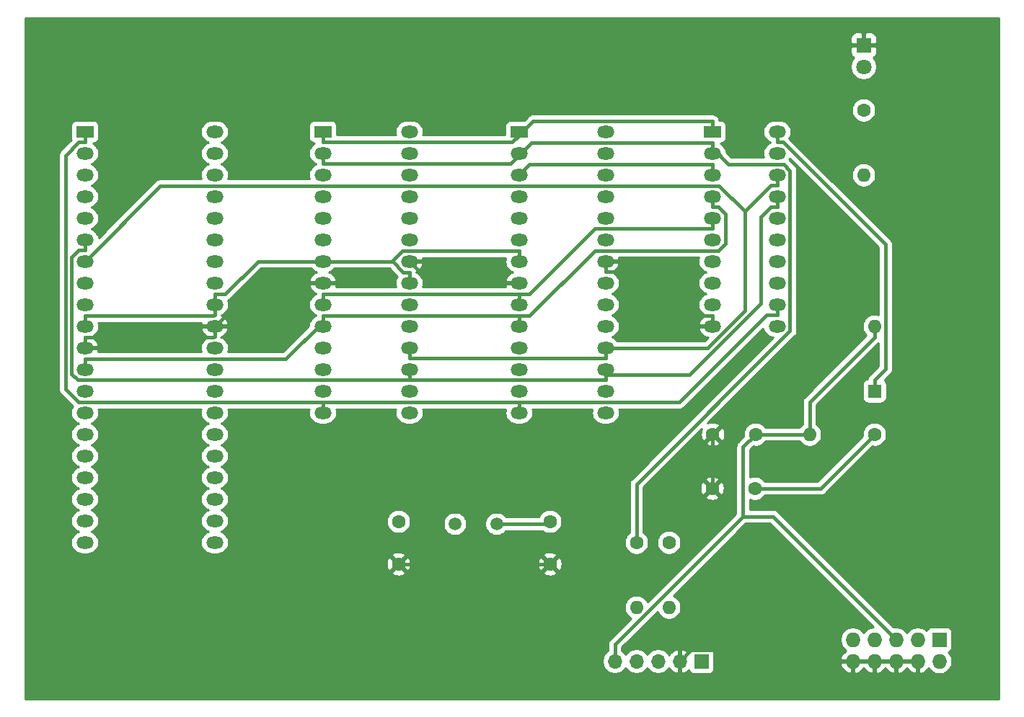
<source format=gbr>
%TF.GenerationSoftware,KiCad,Pcbnew,5.1.5+dfsg1-2build2*%
%TF.CreationDate,2020-12-29T02:51:23+01:00*%
%TF.ProjectId,avr-prog,6176722d-7072-46f6-972e-6b696361645f,1.0*%
%TF.SameCoordinates,PX1e47770PY6a95280*%
%TF.FileFunction,Copper,L1,Top*%
%TF.FilePolarity,Positive*%
%FSLAX46Y46*%
G04 Gerber Fmt 4.6, Leading zero omitted, Abs format (unit mm)*
G04 Created by KiCad (PCBNEW 5.1.5+dfsg1-2build2) date 2020-12-29 02:51:23*
%MOMM*%
%LPD*%
G04 APERTURE LIST*
%TA.AperFunction,ComponentPad*%
%ADD10C,1.600000*%
%TD*%
%TA.AperFunction,ComponentPad*%
%ADD11R,1.800000X1.800000*%
%TD*%
%TA.AperFunction,ComponentPad*%
%ADD12C,1.800000*%
%TD*%
%TA.AperFunction,ComponentPad*%
%ADD13R,1.600000X1.600000*%
%TD*%
%TA.AperFunction,ComponentPad*%
%ADD14O,1.600000X1.600000*%
%TD*%
%TA.AperFunction,ComponentPad*%
%ADD15R,1.727200X1.727200*%
%TD*%
%TA.AperFunction,ComponentPad*%
%ADD16O,1.727200X1.727200*%
%TD*%
%TA.AperFunction,ComponentPad*%
%ADD17R,1.700000X1.700000*%
%TD*%
%TA.AperFunction,ComponentPad*%
%ADD18O,1.700000X1.700000*%
%TD*%
%TA.AperFunction,ComponentPad*%
%ADD19R,2.000000X1.440000*%
%TD*%
%TA.AperFunction,ComponentPad*%
%ADD20O,2.000000X1.440000*%
%TD*%
%TA.AperFunction,ComponentPad*%
%ADD21C,1.500000*%
%TD*%
%TA.AperFunction,Conductor*%
%ADD22C,0.400000*%
%TD*%
%TA.AperFunction,Conductor*%
%ADD23C,0.254000*%
%TD*%
G04 APERTURE END LIST*
D10*
%TO.P,C1,2*%
%TO.N,GND*%
X81280000Y25400000D03*
%TO.P,C1,1*%
%TO.N,+5V*%
X86280000Y25400000D03*
%TD*%
%TO.P,C2,2*%
%TO.N,/XTAL1*%
X44450000Y21510000D03*
%TO.P,C2,1*%
%TO.N,GND*%
X44450000Y16510000D03*
%TD*%
%TO.P,C3,1*%
%TO.N,GND*%
X62230000Y16510000D03*
%TO.P,C3,2*%
%TO.N,/XTAL2*%
X62230000Y21510000D03*
%TD*%
%TO.P,C4,1*%
%TO.N,/~RESET*%
X86360000Y31750000D03*
%TO.P,C4,2*%
%TO.N,GND*%
X81360000Y31750000D03*
%TD*%
D11*
%TO.P,D1,1*%
%TO.N,GND*%
X99060000Y77470000D03*
D12*
%TO.P,D1,2*%
%TO.N,Net-(D1-Pad2)*%
X99060000Y74930000D03*
%TD*%
D13*
%TO.P,D2,1*%
%TO.N,+5V*%
X100330000Y36830000D03*
D14*
%TO.P,D2,2*%
%TO.N,/~RESET*%
X100330000Y44450000D03*
%TD*%
D15*
%TO.P,J1,1*%
%TO.N,/MOSI*%
X107950000Y7620000D03*
D16*
%TO.P,J1,2*%
%TO.N,+5V*%
X107950000Y5080000D03*
%TO.P,J1,3*%
%TO.N,Net-(J1-Pad3)*%
X105410000Y7620000D03*
%TO.P,J1,4*%
%TO.N,GND*%
X105410000Y5080000D03*
%TO.P,J1,5*%
%TO.N,/~RESET*%
X102870000Y7620000D03*
%TO.P,J1,6*%
%TO.N,GND*%
X102870000Y5080000D03*
%TO.P,J1,7*%
%TO.N,/SCK*%
X100330000Y7620000D03*
%TO.P,J1,8*%
%TO.N,GND*%
X100330000Y5080000D03*
%TO.P,J1,9*%
%TO.N,/MISO*%
X97790000Y7620000D03*
%TO.P,J1,10*%
%TO.N,GND*%
X97790000Y5080000D03*
%TD*%
D17*
%TO.P,J2,1*%
%TO.N,+5V*%
X80010000Y5080000D03*
D18*
%TO.P,J2,2*%
%TO.N,GND*%
X77470000Y5080000D03*
%TO.P,J2,3*%
%TO.N,Net-(J2-Pad3)*%
X74930000Y5080000D03*
%TO.P,J2,4*%
%TO.N,Net-(J2-Pad4)*%
X72390000Y5080000D03*
%TO.P,J2,5*%
%TO.N,/~RESET*%
X69850000Y5080000D03*
%TD*%
D10*
%TO.P,R1,1*%
%TO.N,/Tx*%
X76200000Y19050000D03*
D14*
%TO.P,R1,2*%
%TO.N,Net-(J2-Pad3)*%
X76200000Y11430000D03*
%TD*%
%TO.P,R2,2*%
%TO.N,Net-(J2-Pad4)*%
X72390000Y11430000D03*
D10*
%TO.P,R2,1*%
%TO.N,/Rx*%
X72390000Y19050000D03*
%TD*%
D14*
%TO.P,R3,2*%
%TO.N,/led0*%
X99060000Y62230000D03*
D10*
%TO.P,R3,1*%
%TO.N,Net-(D1-Pad2)*%
X99060000Y69850000D03*
%TD*%
%TO.P,R4,1*%
%TO.N,+5V*%
X100330000Y31750000D03*
D14*
%TO.P,R4,2*%
%TO.N,/~RESET*%
X92710000Y31750000D03*
%TD*%
D19*
%TO.P,U1,1*%
%TO.N,/~RESET*%
X81280000Y67310000D03*
D20*
%TO.P,U1,20*%
%TO.N,+5V*%
X88900000Y67310000D03*
%TO.P,U1,2*%
%TO.N,/Rx*%
X81280000Y64770000D03*
%TO.P,U1,19*%
%TO.N,/SCK*%
X88900000Y64770000D03*
%TO.P,U1,3*%
%TO.N,/Tx*%
X81280000Y62230000D03*
%TO.P,U1,18*%
%TO.N,/MISO*%
X88900000Y62230000D03*
%TO.P,U1,4*%
%TO.N,/XTAL2*%
X81280000Y59690000D03*
%TO.P,U1,17*%
%TO.N,/MOSI*%
X88900000Y59690000D03*
%TO.P,U1,5*%
%TO.N,/XTAL1*%
X81280000Y57150000D03*
%TO.P,U1,16*%
%TO.N,Net-(U1-Pad16)*%
X88900000Y57150000D03*
%TO.P,U1,6*%
%TO.N,Net-(U1-Pad6)*%
X81280000Y54610000D03*
%TO.P,U1,15*%
%TO.N,Net-(U1-Pad15)*%
X88900000Y54610000D03*
%TO.P,U1,7*%
%TO.N,Net-(U1-Pad7)*%
X81280000Y52070000D03*
%TO.P,U1,14*%
%TO.N,Net-(U1-Pad14)*%
X88900000Y52070000D03*
%TO.P,U1,8*%
%TO.N,Net-(U1-Pad8)*%
X81280000Y49530000D03*
%TO.P,U1,13*%
%TO.N,Net-(U1-Pad13)*%
X88900000Y49530000D03*
%TO.P,U1,9*%
%TO.N,Net-(U1-Pad9)*%
X81280000Y46990000D03*
%TO.P,U1,12*%
%TO.N,/led0*%
X88900000Y46990000D03*
%TO.P,U1,10*%
%TO.N,GND*%
X81280000Y44450000D03*
%TO.P,U1,11*%
%TO.N,Net-(U1-Pad11)*%
X88900000Y44450000D03*
%TD*%
D19*
%TO.P,U2,1*%
%TO.N,/~RESET*%
X58600000Y67310000D03*
D20*
%TO.P,U2,28*%
%TO.N,Net-(U2-Pad28)*%
X68760000Y67310000D03*
%TO.P,U2,2*%
%TO.N,/Rx*%
X58600000Y64770000D03*
%TO.P,U2,27*%
%TO.N,Net-(U2-Pad27)*%
X68760000Y64770000D03*
%TO.P,U2,3*%
%TO.N,/Tx*%
X58600000Y62230000D03*
%TO.P,U2,26*%
%TO.N,Net-(U2-Pad26)*%
X68760000Y62230000D03*
%TO.P,U2,4*%
%TO.N,Net-(U2-Pad4)*%
X58600000Y59690000D03*
%TO.P,U2,25*%
%TO.N,Net-(U2-Pad25)*%
X68760000Y59690000D03*
%TO.P,U2,5*%
%TO.N,Net-(U2-Pad5)*%
X58600000Y57150000D03*
%TO.P,U2,24*%
%TO.N,Net-(U2-Pad24)*%
X68760000Y57150000D03*
%TO.P,U2,6*%
%TO.N,Net-(U2-Pad6)*%
X58600000Y54610000D03*
%TO.P,U2,23*%
%TO.N,Net-(U2-Pad23)*%
X68760000Y54610000D03*
%TO.P,U2,7*%
%TO.N,+5V*%
X58600000Y52070000D03*
%TO.P,U2,22*%
%TO.N,GND*%
X68760000Y52070000D03*
%TO.P,U2,8*%
X58600000Y49530000D03*
%TO.P,U2,21*%
%TO.N,+5V*%
X68760000Y49530000D03*
%TO.P,U2,9*%
%TO.N,/XTAL1*%
X58600000Y46990000D03*
%TO.P,U2,20*%
%TO.N,+5V*%
X68760000Y46990000D03*
%TO.P,U2,10*%
%TO.N,/XTAL2*%
X58600000Y44450000D03*
%TO.P,U2,19*%
%TO.N,/SCK*%
X68760000Y44450000D03*
%TO.P,U2,11*%
%TO.N,Net-(U2-Pad11)*%
X58600000Y41910000D03*
%TO.P,U2,18*%
%TO.N,/MISO*%
X68760000Y41910000D03*
%TO.P,U2,12*%
%TO.N,Net-(U2-Pad12)*%
X58600000Y39370000D03*
%TO.P,U2,17*%
%TO.N,/MOSI*%
X68760000Y39370000D03*
%TO.P,U2,13*%
%TO.N,Net-(U2-Pad13)*%
X58600000Y36830000D03*
%TO.P,U2,16*%
%TO.N,Net-(U2-Pad16)*%
X68760000Y36830000D03*
%TO.P,U2,14*%
%TO.N,/led0*%
X58600000Y34290000D03*
%TO.P,U2,15*%
%TO.N,Net-(U2-Pad15)*%
X68760000Y34290000D03*
%TD*%
D19*
%TO.P,U3,1*%
%TO.N,/led0*%
X7620000Y67310000D03*
D20*
%TO.P,U3,40*%
%TO.N,Net-(U3-Pad40)*%
X22860000Y67310000D03*
%TO.P,U3,2*%
%TO.N,Net-(U3-Pad2)*%
X7620000Y64770000D03*
%TO.P,U3,39*%
%TO.N,Net-(U3-Pad39)*%
X22860000Y64770000D03*
%TO.P,U3,3*%
%TO.N,Net-(U3-Pad3)*%
X7620000Y62230000D03*
%TO.P,U3,38*%
%TO.N,Net-(U3-Pad38)*%
X22860000Y62230000D03*
%TO.P,U3,4*%
%TO.N,Net-(U3-Pad4)*%
X7620000Y59690000D03*
%TO.P,U3,37*%
%TO.N,Net-(U3-Pad37)*%
X22860000Y59690000D03*
%TO.P,U3,5*%
%TO.N,Net-(U3-Pad5)*%
X7620000Y57150000D03*
%TO.P,U3,36*%
%TO.N,Net-(U3-Pad36)*%
X22860000Y57150000D03*
%TO.P,U3,6*%
%TO.N,/MOSI*%
X7620000Y54610000D03*
%TO.P,U3,35*%
%TO.N,Net-(U3-Pad35)*%
X22860000Y54610000D03*
%TO.P,U3,7*%
%TO.N,/MISO*%
X7620000Y52070000D03*
%TO.P,U3,34*%
%TO.N,Net-(U3-Pad34)*%
X22860000Y52070000D03*
%TO.P,U3,8*%
%TO.N,/SCK*%
X7620000Y49530000D03*
%TO.P,U3,33*%
%TO.N,Net-(U3-Pad33)*%
X22860000Y49530000D03*
%TO.P,U3,9*%
%TO.N,/~RESET*%
X7620000Y46990000D03*
%TO.P,U3,32*%
%TO.N,+5V*%
X22860000Y46990000D03*
%TO.P,U3,10*%
X7620000Y44450000D03*
%TO.P,U3,31*%
%TO.N,GND*%
X22860000Y44450000D03*
%TO.P,U3,11*%
X7620000Y41910000D03*
%TO.P,U3,30*%
%TO.N,+5V*%
X22860000Y41910000D03*
%TO.P,U3,12*%
%TO.N,/XTAL2*%
X7620000Y39370000D03*
%TO.P,U3,29*%
%TO.N,Net-(U3-Pad29)*%
X22860000Y39370000D03*
%TO.P,U3,13*%
%TO.N,/XTAL1*%
X7620000Y36830000D03*
%TO.P,U3,28*%
%TO.N,Net-(U3-Pad28)*%
X22860000Y36830000D03*
%TO.P,U3,14*%
%TO.N,/Rx*%
X7620000Y34290000D03*
%TO.P,U3,27*%
%TO.N,Net-(U3-Pad27)*%
X22860000Y34290000D03*
%TO.P,U3,15*%
%TO.N,/Tx*%
X7620000Y31750000D03*
%TO.P,U3,26*%
%TO.N,Net-(U3-Pad26)*%
X22860000Y31750000D03*
%TO.P,U3,16*%
%TO.N,Net-(U3-Pad16)*%
X7620000Y29210000D03*
%TO.P,U3,25*%
%TO.N,Net-(U3-Pad25)*%
X22860000Y29210000D03*
%TO.P,U3,17*%
%TO.N,Net-(U3-Pad17)*%
X7620000Y26670000D03*
%TO.P,U3,24*%
%TO.N,Net-(U3-Pad24)*%
X22860000Y26670000D03*
%TO.P,U3,18*%
%TO.N,Net-(U3-Pad18)*%
X7620000Y24130000D03*
%TO.P,U3,23*%
%TO.N,Net-(U3-Pad23)*%
X22860000Y24130000D03*
%TO.P,U3,19*%
%TO.N,Net-(U3-Pad19)*%
X7620000Y21590000D03*
%TO.P,U3,22*%
%TO.N,Net-(U3-Pad22)*%
X22860000Y21590000D03*
%TO.P,U3,20*%
%TO.N,Net-(U3-Pad20)*%
X7620000Y19050000D03*
%TO.P,U3,21*%
%TO.N,Net-(U3-Pad21)*%
X22860000Y19050000D03*
%TD*%
%TO.P,U4,15*%
%TO.N,Net-(U4-Pad15)*%
X45720000Y34290000D03*
%TO.P,U4,14*%
%TO.N,/led0*%
X35560000Y34290000D03*
%TO.P,U4,16*%
%TO.N,Net-(U4-Pad16)*%
X45720000Y36830000D03*
%TO.P,U4,13*%
%TO.N,Net-(U4-Pad13)*%
X35560000Y36830000D03*
%TO.P,U4,17*%
%TO.N,/MOSI*%
X45720000Y39370000D03*
%TO.P,U4,12*%
%TO.N,Net-(U4-Pad12)*%
X35560000Y39370000D03*
%TO.P,U4,18*%
%TO.N,/MISO*%
X45720000Y41910000D03*
%TO.P,U4,11*%
%TO.N,Net-(U4-Pad11)*%
X35560000Y41910000D03*
%TO.P,U4,19*%
%TO.N,/SCK*%
X45720000Y44450000D03*
%TO.P,U4,10*%
%TO.N,/XTAL2*%
X35560000Y44450000D03*
%TO.P,U4,20*%
%TO.N,+5V*%
X45720000Y46990000D03*
%TO.P,U4,9*%
%TO.N,/XTAL1*%
X35560000Y46990000D03*
%TO.P,U4,21*%
%TO.N,+5V*%
X45720000Y49530000D03*
%TO.P,U4,8*%
%TO.N,GND*%
X35560000Y49530000D03*
%TO.P,U4,22*%
X45720000Y52070000D03*
%TO.P,U4,7*%
%TO.N,+5V*%
X35560000Y52070000D03*
%TO.P,U4,23*%
%TO.N,Net-(U4-Pad23)*%
X45720000Y54610000D03*
%TO.P,U4,6*%
%TO.N,Net-(U4-Pad6)*%
X35560000Y54610000D03*
%TO.P,U4,24*%
%TO.N,Net-(U4-Pad24)*%
X45720000Y57150000D03*
%TO.P,U4,5*%
%TO.N,Net-(U4-Pad5)*%
X35560000Y57150000D03*
%TO.P,U4,25*%
%TO.N,Net-(U4-Pad25)*%
X45720000Y59690000D03*
%TO.P,U4,4*%
%TO.N,Net-(U4-Pad4)*%
X35560000Y59690000D03*
%TO.P,U4,26*%
%TO.N,Net-(U4-Pad26)*%
X45720000Y62230000D03*
%TO.P,U4,3*%
%TO.N,/Tx*%
X35560000Y62230000D03*
%TO.P,U4,27*%
%TO.N,Net-(U4-Pad27)*%
X45720000Y64770000D03*
%TO.P,U4,2*%
%TO.N,/Rx*%
X35560000Y64770000D03*
%TO.P,U4,28*%
%TO.N,Net-(U4-Pad28)*%
X45720000Y67310000D03*
D19*
%TO.P,U4,1*%
%TO.N,/~RESET*%
X35560000Y67310000D03*
%TD*%
D21*
%TO.P,Y1,1*%
%TO.N,/XTAL1*%
X51085000Y21225000D03*
%TO.P,Y1,2*%
%TO.N,/XTAL2*%
X55965000Y21225000D03*
%TD*%
D22*
%TO.N,GND*%
X22860000Y44450000D02*
X27940000Y49530000D01*
X27940000Y49530000D02*
X35560000Y49530000D01*
X81360000Y31750000D02*
X81280000Y31670000D01*
X81280000Y31670000D02*
X81280000Y25400000D01*
X97790000Y5080000D02*
X96426100Y5080000D01*
X77470000Y5080000D02*
X78820300Y6430300D01*
X78820300Y6430300D02*
X95075800Y6430300D01*
X95075800Y6430300D02*
X96426100Y5080000D01*
X62230000Y16510000D02*
X44450000Y16510000D01*
X7620000Y41910000D02*
X7620000Y43130300D01*
X22860000Y44450000D02*
X22860000Y43229700D01*
X7620000Y43130300D02*
X22760600Y43130300D01*
X22760600Y43130300D02*
X22860000Y43229700D01*
X102870000Y5080000D02*
X105410000Y5080000D01*
X100330000Y5080000D02*
X102870000Y5080000D01*
X97790000Y5080000D02*
X100330000Y5080000D01*
X81280000Y44450000D02*
X81280000Y45670300D01*
X68760000Y52070000D02*
X68760000Y50849700D01*
X68760000Y50849700D02*
X74880300Y50849700D01*
X74880300Y50849700D02*
X80059700Y45670300D01*
X80059700Y45670300D02*
X81280000Y45670300D01*
X45720000Y52070000D02*
X48260000Y49530000D01*
X48260000Y49530000D02*
X58600000Y49530000D01*
%TO.N,+5V*%
X22860000Y46990000D02*
X22860000Y48210300D01*
X35560000Y52070000D02*
X27940000Y52070000D01*
X27940000Y52070000D02*
X24080300Y48210300D01*
X24080300Y48210300D02*
X22860000Y48210300D01*
X43686800Y52090100D02*
X43666700Y52070000D01*
X43666700Y52070000D02*
X35560000Y52070000D01*
X100330000Y31750000D02*
X93980000Y25400000D01*
X93980000Y25400000D02*
X86280000Y25400000D01*
X100330000Y36830000D02*
X100330000Y38130300D01*
X88900000Y67310000D02*
X88900000Y66089700D01*
X88900000Y66089700D02*
X89586400Y66089700D01*
X89586400Y66089700D02*
X101630300Y54045800D01*
X101630300Y54045800D02*
X101630300Y39430600D01*
X101630300Y39430600D02*
X100330000Y38130300D01*
X43686800Y52090100D02*
X44887000Y53290300D01*
X44887000Y53290300D02*
X58600000Y53290300D01*
X45720000Y50750300D02*
X45026500Y50750300D01*
X45026500Y50750300D02*
X43686800Y52090100D01*
X58600000Y52070000D02*
X58600000Y53290300D01*
X45720000Y49530000D02*
X45720000Y50750300D01*
X7620000Y44450000D02*
X7620000Y45670300D01*
X22860000Y46990000D02*
X22860000Y45769700D01*
X7620000Y45670300D02*
X22760600Y45670300D01*
X22760600Y45670300D02*
X22860000Y45769700D01*
%TO.N,/XTAL1*%
X35560000Y46990000D02*
X35560000Y48210300D01*
X35560000Y48210300D02*
X58600000Y48210300D01*
X58600000Y46990000D02*
X58600000Y48210300D01*
X81280000Y57150000D02*
X81280000Y55929700D01*
X81280000Y55929700D02*
X67539700Y55929700D01*
X67539700Y55929700D02*
X59820300Y48210300D01*
X59820300Y48210300D02*
X58600000Y48210300D01*
%TO.N,/XTAL2*%
X55965000Y21225000D02*
X61945000Y21225000D01*
X61945000Y21225000D02*
X62230000Y21510000D01*
X7620000Y39370000D02*
X7620000Y40590300D01*
X35560000Y44964800D02*
X31185500Y40590300D01*
X31185500Y40590300D02*
X7620000Y40590300D01*
X35560000Y44964800D02*
X35560000Y45670300D01*
X35560000Y44450000D02*
X35560000Y44964800D01*
X58600000Y45670300D02*
X35560000Y45670300D01*
X58600000Y45495200D02*
X58600000Y45670300D01*
X58600000Y44450000D02*
X58600000Y45495200D01*
X81280000Y58469700D02*
X81966400Y58469700D01*
X81966400Y58469700D02*
X82804900Y57631200D01*
X82804900Y57631200D02*
X82804900Y54113200D01*
X82804900Y54113200D02*
X82031700Y53340000D01*
X82031700Y53340000D02*
X67490000Y53340000D01*
X67490000Y53340000D02*
X59820300Y45670300D01*
X59820300Y45670300D02*
X58600000Y45670300D01*
X81280000Y59690000D02*
X81280000Y58469700D01*
%TO.N,/~RESET*%
X84896700Y22097700D02*
X84896700Y30286700D01*
X84896700Y30286700D02*
X86360000Y31750000D01*
X69850000Y5080000D02*
X69850000Y7051000D01*
X69850000Y7051000D02*
X84896700Y22097700D01*
X84896700Y22097700D02*
X88392300Y22097700D01*
X88392300Y22097700D02*
X102870000Y7620000D01*
X92710000Y31750000D02*
X86360000Y31750000D01*
X35560000Y67310000D02*
X35560000Y66089700D01*
X35560000Y66089700D02*
X57814700Y66089700D01*
X57814700Y66089700D02*
X58600000Y66875000D01*
X100330000Y44450000D02*
X100330000Y43149700D01*
X100330000Y43149700D02*
X92710000Y35529700D01*
X92710000Y35529700D02*
X92710000Y31750000D01*
X81280000Y67310000D02*
X81280000Y68530300D01*
X58600000Y66875000D02*
X60255300Y68530300D01*
X60255300Y68530300D02*
X81280000Y68530300D01*
X58600000Y67310000D02*
X58600000Y66875000D01*
%TO.N,/MOSI*%
X88900000Y58469700D02*
X88212600Y58469700D01*
X88212600Y58469700D02*
X86988900Y57246000D01*
X86988900Y57246000D02*
X86988900Y47158400D01*
X86988900Y47158400D02*
X78590400Y38759900D01*
X78590400Y38759900D02*
X68760000Y38759900D01*
X88900000Y59690000D02*
X88900000Y58469700D01*
X68760000Y38759900D02*
X68760000Y38149700D01*
X68760000Y39370000D02*
X68760000Y38759900D01*
X7620000Y54610000D02*
X7620000Y53389700D01*
X7620000Y53389700D02*
X6933600Y53389700D01*
X6933600Y53389700D02*
X6089200Y52545300D01*
X6089200Y52545300D02*
X6089200Y38864400D01*
X6089200Y38864400D02*
X6803900Y38149700D01*
X6803900Y38149700D02*
X45720000Y38149700D01*
X45720000Y39370000D02*
X45720000Y38149700D01*
X45720000Y38149700D02*
X68760000Y38149700D01*
%TO.N,/MISO*%
X85127700Y57924800D02*
X85127700Y46287700D01*
X85127700Y46287700D02*
X80750000Y41910000D01*
X80750000Y41910000D02*
X68760000Y41910000D01*
X88900000Y61009700D02*
X88212600Y61009700D01*
X88212600Y61009700D02*
X85127700Y57924800D01*
X85127700Y57924800D02*
X82099100Y60953400D01*
X82099100Y60953400D02*
X16503400Y60953400D01*
X16503400Y60953400D02*
X7620000Y52070000D01*
X68760000Y41910000D02*
X68760000Y40689700D01*
X45720000Y41910000D02*
X45720000Y40689700D01*
X45720000Y40689700D02*
X68760000Y40689700D01*
X88900000Y62230000D02*
X88900000Y61009700D01*
%TO.N,/Tx*%
X81280000Y62230000D02*
X81280000Y63450300D01*
X58600000Y62230000D02*
X59820300Y63450300D01*
X59820300Y63450300D02*
X81280000Y63450300D01*
%TO.N,/Rx*%
X35560000Y64770000D02*
X35560000Y63549700D01*
X35560000Y63549700D02*
X57597200Y63549700D01*
X57597200Y63549700D02*
X58600000Y64552500D01*
X81280000Y65380200D02*
X83160200Y63500000D01*
X83160200Y63500000D02*
X89664300Y63500000D01*
X89664300Y63500000D02*
X90422000Y62742300D01*
X90422000Y62742300D02*
X90422000Y43914600D01*
X90422000Y43914600D02*
X72390000Y25882600D01*
X72390000Y25882600D02*
X72390000Y19050000D01*
X81280000Y65380200D02*
X81280000Y65990300D01*
X81280000Y64770000D02*
X81280000Y65380200D01*
X58600000Y64552500D02*
X60037800Y65990300D01*
X60037800Y65990300D02*
X81280000Y65990300D01*
X58600000Y64770000D02*
X58600000Y64552500D01*
%TO.N,/led0*%
X88900000Y46990000D02*
X88900000Y45769700D01*
X58600000Y35510300D02*
X77420300Y35510300D01*
X77420300Y35510300D02*
X87679700Y45769700D01*
X87679700Y45769700D02*
X88900000Y45769700D01*
X58600000Y35335200D02*
X58600000Y35510300D01*
X58600000Y34290000D02*
X58600000Y35335200D01*
X35560000Y35510300D02*
X58600000Y35510300D01*
X7620000Y66089700D02*
X6933600Y66089700D01*
X6933600Y66089700D02*
X5357900Y64514000D01*
X5357900Y64514000D02*
X5357900Y37079600D01*
X5357900Y37079600D02*
X6927200Y35510300D01*
X6927200Y35510300D02*
X35560000Y35510300D01*
X7620000Y67310000D02*
X7620000Y66089700D01*
X35560000Y34290000D02*
X35560000Y35510300D01*
%TD*%
D23*
%TO.N,GND*%
G36*
X114910001Y660000D02*
G01*
X660000Y660000D01*
X660000Y15517298D01*
X43636903Y15517298D01*
X43708486Y15273329D01*
X43963996Y15152429D01*
X44238184Y15083700D01*
X44520512Y15069783D01*
X44800130Y15111213D01*
X45066292Y15206397D01*
X45191514Y15273329D01*
X45263097Y15517298D01*
X61416903Y15517298D01*
X61488486Y15273329D01*
X61743996Y15152429D01*
X62018184Y15083700D01*
X62300512Y15069783D01*
X62580130Y15111213D01*
X62846292Y15206397D01*
X62971514Y15273329D01*
X63043097Y15517298D01*
X62230000Y16330395D01*
X61416903Y15517298D01*
X45263097Y15517298D01*
X44450000Y16330395D01*
X43636903Y15517298D01*
X660000Y15517298D01*
X660000Y16439488D01*
X43009783Y16439488D01*
X43051213Y16159870D01*
X43146397Y15893708D01*
X43213329Y15768486D01*
X43457298Y15696903D01*
X44270395Y16510000D01*
X44629605Y16510000D01*
X45442702Y15696903D01*
X45686671Y15768486D01*
X45807571Y16023996D01*
X45876300Y16298184D01*
X45883265Y16439488D01*
X60789783Y16439488D01*
X60831213Y16159870D01*
X60926397Y15893708D01*
X60993329Y15768486D01*
X61237298Y15696903D01*
X62050395Y16510000D01*
X62409605Y16510000D01*
X63222702Y15696903D01*
X63466671Y15768486D01*
X63587571Y16023996D01*
X63656300Y16298184D01*
X63670217Y16580512D01*
X63628787Y16860130D01*
X63533603Y17126292D01*
X63466671Y17251514D01*
X63222702Y17323097D01*
X62409605Y16510000D01*
X62050395Y16510000D01*
X61237298Y17323097D01*
X60993329Y17251514D01*
X60872429Y16996004D01*
X60803700Y16721816D01*
X60789783Y16439488D01*
X45883265Y16439488D01*
X45890217Y16580512D01*
X45848787Y16860130D01*
X45753603Y17126292D01*
X45686671Y17251514D01*
X45442702Y17323097D01*
X44629605Y16510000D01*
X44270395Y16510000D01*
X43457298Y17323097D01*
X43213329Y17251514D01*
X43092429Y16996004D01*
X43023700Y16721816D01*
X43009783Y16439488D01*
X660000Y16439488D01*
X660000Y17502702D01*
X43636903Y17502702D01*
X44450000Y16689605D01*
X45263097Y17502702D01*
X61416903Y17502702D01*
X62230000Y16689605D01*
X63043097Y17502702D01*
X62971514Y17746671D01*
X62716004Y17867571D01*
X62441816Y17936300D01*
X62159488Y17950217D01*
X61879870Y17908787D01*
X61613708Y17813603D01*
X61488486Y17746671D01*
X61416903Y17502702D01*
X45263097Y17502702D01*
X45191514Y17746671D01*
X44936004Y17867571D01*
X44661816Y17936300D01*
X44379488Y17950217D01*
X44099870Y17908787D01*
X43833708Y17813603D01*
X43708486Y17746671D01*
X43636903Y17502702D01*
X660000Y17502702D01*
X660000Y64514000D01*
X4518860Y64514000D01*
X4522900Y64472982D01*
X4522901Y37120629D01*
X4518860Y37079600D01*
X4534982Y36915912D01*
X4582728Y36758514D01*
X4632012Y36666311D01*
X4660265Y36613454D01*
X4764610Y36486309D01*
X4796474Y36460159D01*
X6208938Y35047695D01*
X6207908Y35046440D01*
X6082086Y34811045D01*
X6004606Y34555626D01*
X5978444Y34290000D01*
X6004606Y34024374D01*
X6082086Y33768955D01*
X6207908Y33533560D01*
X6377235Y33327235D01*
X6583560Y33157908D01*
X6818955Y33032086D01*
X6858797Y33020000D01*
X6818955Y33007914D01*
X6583560Y32882092D01*
X6377235Y32712765D01*
X6207908Y32506440D01*
X6082086Y32271045D01*
X6004606Y32015626D01*
X5978444Y31750000D01*
X6004606Y31484374D01*
X6082086Y31228955D01*
X6207908Y30993560D01*
X6377235Y30787235D01*
X6583560Y30617908D01*
X6818955Y30492086D01*
X6858797Y30480000D01*
X6818955Y30467914D01*
X6583560Y30342092D01*
X6377235Y30172765D01*
X6207908Y29966440D01*
X6082086Y29731045D01*
X6004606Y29475626D01*
X5978444Y29210000D01*
X6004606Y28944374D01*
X6082086Y28688955D01*
X6207908Y28453560D01*
X6377235Y28247235D01*
X6583560Y28077908D01*
X6818955Y27952086D01*
X6858797Y27940000D01*
X6818955Y27927914D01*
X6583560Y27802092D01*
X6377235Y27632765D01*
X6207908Y27426440D01*
X6082086Y27191045D01*
X6004606Y26935626D01*
X5978444Y26670000D01*
X6004606Y26404374D01*
X6082086Y26148955D01*
X6207908Y25913560D01*
X6377235Y25707235D01*
X6583560Y25537908D01*
X6818955Y25412086D01*
X6858797Y25400000D01*
X6818955Y25387914D01*
X6583560Y25262092D01*
X6377235Y25092765D01*
X6207908Y24886440D01*
X6082086Y24651045D01*
X6004606Y24395626D01*
X5978444Y24130000D01*
X6004606Y23864374D01*
X6082086Y23608955D01*
X6207908Y23373560D01*
X6377235Y23167235D01*
X6583560Y22997908D01*
X6818955Y22872086D01*
X6858797Y22860000D01*
X6818955Y22847914D01*
X6583560Y22722092D01*
X6377235Y22552765D01*
X6207908Y22346440D01*
X6082086Y22111045D01*
X6004606Y21855626D01*
X5978444Y21590000D01*
X6004606Y21324374D01*
X6082086Y21068955D01*
X6207908Y20833560D01*
X6377235Y20627235D01*
X6583560Y20457908D01*
X6818955Y20332086D01*
X6858797Y20320000D01*
X6818955Y20307914D01*
X6583560Y20182092D01*
X6377235Y20012765D01*
X6207908Y19806440D01*
X6082086Y19571045D01*
X6004606Y19315626D01*
X5978444Y19050000D01*
X6004606Y18784374D01*
X6082086Y18528955D01*
X6207908Y18293560D01*
X6377235Y18087235D01*
X6583560Y17917908D01*
X6818955Y17792086D01*
X7074374Y17714606D01*
X7273436Y17695000D01*
X7966564Y17695000D01*
X8165626Y17714606D01*
X8421045Y17792086D01*
X8656440Y17917908D01*
X8862765Y18087235D01*
X9032092Y18293560D01*
X9157914Y18528955D01*
X9235394Y18784374D01*
X9261556Y19050000D01*
X9235394Y19315626D01*
X9157914Y19571045D01*
X9032092Y19806440D01*
X8862765Y20012765D01*
X8656440Y20182092D01*
X8421045Y20307914D01*
X8381203Y20320000D01*
X8421045Y20332086D01*
X8656440Y20457908D01*
X8862765Y20627235D01*
X9032092Y20833560D01*
X9157914Y21068955D01*
X9235394Y21324374D01*
X9261556Y21590000D01*
X9235394Y21855626D01*
X9157914Y22111045D01*
X9032092Y22346440D01*
X8862765Y22552765D01*
X8656440Y22722092D01*
X8421045Y22847914D01*
X8381203Y22860000D01*
X8421045Y22872086D01*
X8656440Y22997908D01*
X8862765Y23167235D01*
X9032092Y23373560D01*
X9157914Y23608955D01*
X9235394Y23864374D01*
X9261556Y24130000D01*
X9235394Y24395626D01*
X9157914Y24651045D01*
X9032092Y24886440D01*
X8862765Y25092765D01*
X8656440Y25262092D01*
X8421045Y25387914D01*
X8381203Y25400000D01*
X8421045Y25412086D01*
X8656440Y25537908D01*
X8862765Y25707235D01*
X9032092Y25913560D01*
X9157914Y26148955D01*
X9235394Y26404374D01*
X9261556Y26670000D01*
X9235394Y26935626D01*
X9157914Y27191045D01*
X9032092Y27426440D01*
X8862765Y27632765D01*
X8656440Y27802092D01*
X8421045Y27927914D01*
X8381203Y27940000D01*
X8421045Y27952086D01*
X8656440Y28077908D01*
X8862765Y28247235D01*
X9032092Y28453560D01*
X9157914Y28688955D01*
X9235394Y28944374D01*
X9261556Y29210000D01*
X9235394Y29475626D01*
X9157914Y29731045D01*
X9032092Y29966440D01*
X8862765Y30172765D01*
X8656440Y30342092D01*
X8421045Y30467914D01*
X8381203Y30480000D01*
X8421045Y30492086D01*
X8656440Y30617908D01*
X8862765Y30787235D01*
X9032092Y30993560D01*
X9157914Y31228955D01*
X9235394Y31484374D01*
X9261556Y31750000D01*
X9235394Y32015626D01*
X9157914Y32271045D01*
X9032092Y32506440D01*
X8862765Y32712765D01*
X8656440Y32882092D01*
X8421045Y33007914D01*
X8381203Y33020000D01*
X8421045Y33032086D01*
X8656440Y33157908D01*
X8862765Y33327235D01*
X9032092Y33533560D01*
X9157914Y33768955D01*
X9235394Y34024374D01*
X9261556Y34290000D01*
X9235394Y34555626D01*
X9199092Y34675300D01*
X21280908Y34675300D01*
X21244606Y34555626D01*
X21218444Y34290000D01*
X21244606Y34024374D01*
X21322086Y33768955D01*
X21447908Y33533560D01*
X21617235Y33327235D01*
X21823560Y33157908D01*
X22058955Y33032086D01*
X22098797Y33020000D01*
X22058955Y33007914D01*
X21823560Y32882092D01*
X21617235Y32712765D01*
X21447908Y32506440D01*
X21322086Y32271045D01*
X21244606Y32015626D01*
X21218444Y31750000D01*
X21244606Y31484374D01*
X21322086Y31228955D01*
X21447908Y30993560D01*
X21617235Y30787235D01*
X21823560Y30617908D01*
X22058955Y30492086D01*
X22098797Y30480000D01*
X22058955Y30467914D01*
X21823560Y30342092D01*
X21617235Y30172765D01*
X21447908Y29966440D01*
X21322086Y29731045D01*
X21244606Y29475626D01*
X21218444Y29210000D01*
X21244606Y28944374D01*
X21322086Y28688955D01*
X21447908Y28453560D01*
X21617235Y28247235D01*
X21823560Y28077908D01*
X22058955Y27952086D01*
X22098797Y27940000D01*
X22058955Y27927914D01*
X21823560Y27802092D01*
X21617235Y27632765D01*
X21447908Y27426440D01*
X21322086Y27191045D01*
X21244606Y26935626D01*
X21218444Y26670000D01*
X21244606Y26404374D01*
X21322086Y26148955D01*
X21447908Y25913560D01*
X21617235Y25707235D01*
X21823560Y25537908D01*
X22058955Y25412086D01*
X22098797Y25400000D01*
X22058955Y25387914D01*
X21823560Y25262092D01*
X21617235Y25092765D01*
X21447908Y24886440D01*
X21322086Y24651045D01*
X21244606Y24395626D01*
X21218444Y24130000D01*
X21244606Y23864374D01*
X21322086Y23608955D01*
X21447908Y23373560D01*
X21617235Y23167235D01*
X21823560Y22997908D01*
X22058955Y22872086D01*
X22098797Y22860000D01*
X22058955Y22847914D01*
X21823560Y22722092D01*
X21617235Y22552765D01*
X21447908Y22346440D01*
X21322086Y22111045D01*
X21244606Y21855626D01*
X21218444Y21590000D01*
X21244606Y21324374D01*
X21322086Y21068955D01*
X21447908Y20833560D01*
X21617235Y20627235D01*
X21823560Y20457908D01*
X22058955Y20332086D01*
X22098797Y20320000D01*
X22058955Y20307914D01*
X21823560Y20182092D01*
X21617235Y20012765D01*
X21447908Y19806440D01*
X21322086Y19571045D01*
X21244606Y19315626D01*
X21218444Y19050000D01*
X21244606Y18784374D01*
X21322086Y18528955D01*
X21447908Y18293560D01*
X21617235Y18087235D01*
X21823560Y17917908D01*
X22058955Y17792086D01*
X22314374Y17714606D01*
X22513436Y17695000D01*
X23206564Y17695000D01*
X23405626Y17714606D01*
X23661045Y17792086D01*
X23896440Y17917908D01*
X24102765Y18087235D01*
X24272092Y18293560D01*
X24397914Y18528955D01*
X24475394Y18784374D01*
X24501556Y19050000D01*
X24475394Y19315626D01*
X24397914Y19571045D01*
X24272092Y19806440D01*
X24102765Y20012765D01*
X23896440Y20182092D01*
X23661045Y20307914D01*
X23621203Y20320000D01*
X23661045Y20332086D01*
X23896440Y20457908D01*
X24102765Y20627235D01*
X24272092Y20833560D01*
X24397914Y21068955D01*
X24475394Y21324374D01*
X24501556Y21590000D01*
X24495516Y21651335D01*
X43015000Y21651335D01*
X43015000Y21368665D01*
X43070147Y21091426D01*
X43178320Y20830273D01*
X43335363Y20595241D01*
X43535241Y20395363D01*
X43770273Y20238320D01*
X44031426Y20130147D01*
X44308665Y20075000D01*
X44591335Y20075000D01*
X44868574Y20130147D01*
X45129727Y20238320D01*
X45364759Y20395363D01*
X45564637Y20595241D01*
X45721680Y20830273D01*
X45829853Y21091426D01*
X45883557Y21361411D01*
X49700000Y21361411D01*
X49700000Y21088589D01*
X49753225Y20821011D01*
X49857629Y20568957D01*
X50009201Y20342114D01*
X50202114Y20149201D01*
X50428957Y19997629D01*
X50681011Y19893225D01*
X50948589Y19840000D01*
X51221411Y19840000D01*
X51488989Y19893225D01*
X51741043Y19997629D01*
X51967886Y20149201D01*
X52160799Y20342114D01*
X52312371Y20568957D01*
X52416775Y20821011D01*
X52470000Y21088589D01*
X52470000Y21361411D01*
X54580000Y21361411D01*
X54580000Y21088589D01*
X54633225Y20821011D01*
X54737629Y20568957D01*
X54889201Y20342114D01*
X55082114Y20149201D01*
X55308957Y19997629D01*
X55561011Y19893225D01*
X55828589Y19840000D01*
X56101411Y19840000D01*
X56368989Y19893225D01*
X56621043Y19997629D01*
X56847886Y20149201D01*
X57040799Y20342114D01*
X57072795Y20390000D01*
X61323267Y20390000D01*
X61550273Y20238320D01*
X61811426Y20130147D01*
X62088665Y20075000D01*
X62371335Y20075000D01*
X62648574Y20130147D01*
X62909727Y20238320D01*
X63144759Y20395363D01*
X63344637Y20595241D01*
X63501680Y20830273D01*
X63609853Y21091426D01*
X63665000Y21368665D01*
X63665000Y21651335D01*
X63609853Y21928574D01*
X63501680Y22189727D01*
X63344637Y22424759D01*
X63144759Y22624637D01*
X62909727Y22781680D01*
X62648574Y22889853D01*
X62371335Y22945000D01*
X62088665Y22945000D01*
X61811426Y22889853D01*
X61550273Y22781680D01*
X61315241Y22624637D01*
X61115363Y22424759D01*
X60958320Y22189727D01*
X60904585Y22060000D01*
X57072795Y22060000D01*
X57040799Y22107886D01*
X56847886Y22300799D01*
X56621043Y22452371D01*
X56368989Y22556775D01*
X56101411Y22610000D01*
X55828589Y22610000D01*
X55561011Y22556775D01*
X55308957Y22452371D01*
X55082114Y22300799D01*
X54889201Y22107886D01*
X54737629Y21881043D01*
X54633225Y21628989D01*
X54580000Y21361411D01*
X52470000Y21361411D01*
X52416775Y21628989D01*
X52312371Y21881043D01*
X52160799Y22107886D01*
X51967886Y22300799D01*
X51741043Y22452371D01*
X51488989Y22556775D01*
X51221411Y22610000D01*
X50948589Y22610000D01*
X50681011Y22556775D01*
X50428957Y22452371D01*
X50202114Y22300799D01*
X50009201Y22107886D01*
X49857629Y21881043D01*
X49753225Y21628989D01*
X49700000Y21361411D01*
X45883557Y21361411D01*
X45885000Y21368665D01*
X45885000Y21651335D01*
X45829853Y21928574D01*
X45721680Y22189727D01*
X45564637Y22424759D01*
X45364759Y22624637D01*
X45129727Y22781680D01*
X44868574Y22889853D01*
X44591335Y22945000D01*
X44308665Y22945000D01*
X44031426Y22889853D01*
X43770273Y22781680D01*
X43535241Y22624637D01*
X43335363Y22424759D01*
X43178320Y22189727D01*
X43070147Y21928574D01*
X43015000Y21651335D01*
X24495516Y21651335D01*
X24475394Y21855626D01*
X24397914Y22111045D01*
X24272092Y22346440D01*
X24102765Y22552765D01*
X23896440Y22722092D01*
X23661045Y22847914D01*
X23621203Y22860000D01*
X23661045Y22872086D01*
X23896440Y22997908D01*
X24102765Y23167235D01*
X24272092Y23373560D01*
X24397914Y23608955D01*
X24475394Y23864374D01*
X24501556Y24130000D01*
X24475394Y24395626D01*
X24397914Y24651045D01*
X24272092Y24886440D01*
X24102765Y25092765D01*
X23896440Y25262092D01*
X23661045Y25387914D01*
X23621203Y25400000D01*
X23661045Y25412086D01*
X23896440Y25537908D01*
X24102765Y25707235D01*
X24272092Y25913560D01*
X24397914Y26148955D01*
X24475394Y26404374D01*
X24501556Y26670000D01*
X24475394Y26935626D01*
X24397914Y27191045D01*
X24272092Y27426440D01*
X24102765Y27632765D01*
X23896440Y27802092D01*
X23661045Y27927914D01*
X23621203Y27940000D01*
X23661045Y27952086D01*
X23896440Y28077908D01*
X24102765Y28247235D01*
X24272092Y28453560D01*
X24397914Y28688955D01*
X24475394Y28944374D01*
X24501556Y29210000D01*
X24475394Y29475626D01*
X24397914Y29731045D01*
X24272092Y29966440D01*
X24102765Y30172765D01*
X23896440Y30342092D01*
X23661045Y30467914D01*
X23621203Y30480000D01*
X23661045Y30492086D01*
X23896440Y30617908D01*
X24102765Y30787235D01*
X24272092Y30993560D01*
X24397914Y31228955D01*
X24475394Y31484374D01*
X24501556Y31750000D01*
X24475394Y32015626D01*
X24397914Y32271045D01*
X24272092Y32506440D01*
X24102765Y32712765D01*
X23896440Y32882092D01*
X23661045Y33007914D01*
X23621203Y33020000D01*
X23661045Y33032086D01*
X23896440Y33157908D01*
X24102765Y33327235D01*
X24272092Y33533560D01*
X24397914Y33768955D01*
X24475394Y34024374D01*
X24501556Y34290000D01*
X24475394Y34555626D01*
X24439092Y34675300D01*
X33980908Y34675300D01*
X33944606Y34555626D01*
X33918444Y34290000D01*
X33944606Y34024374D01*
X34022086Y33768955D01*
X34147908Y33533560D01*
X34317235Y33327235D01*
X34523560Y33157908D01*
X34758955Y33032086D01*
X35014374Y32954606D01*
X35213436Y32935000D01*
X35906564Y32935000D01*
X36105626Y32954606D01*
X36361045Y33032086D01*
X36596440Y33157908D01*
X36802765Y33327235D01*
X36972092Y33533560D01*
X37097914Y33768955D01*
X37175394Y34024374D01*
X37201556Y34290000D01*
X37175394Y34555626D01*
X37139092Y34675300D01*
X44140908Y34675300D01*
X44104606Y34555626D01*
X44078444Y34290000D01*
X44104606Y34024374D01*
X44182086Y33768955D01*
X44307908Y33533560D01*
X44477235Y33327235D01*
X44683560Y33157908D01*
X44918955Y33032086D01*
X45174374Y32954606D01*
X45373436Y32935000D01*
X46066564Y32935000D01*
X46265626Y32954606D01*
X46521045Y33032086D01*
X46756440Y33157908D01*
X46962765Y33327235D01*
X47132092Y33533560D01*
X47257914Y33768955D01*
X47335394Y34024374D01*
X47361556Y34290000D01*
X47335394Y34555626D01*
X47299092Y34675300D01*
X57020908Y34675300D01*
X56984606Y34555626D01*
X56958444Y34290000D01*
X56984606Y34024374D01*
X57062086Y33768955D01*
X57187908Y33533560D01*
X57357235Y33327235D01*
X57563560Y33157908D01*
X57798955Y33032086D01*
X58054374Y32954606D01*
X58253436Y32935000D01*
X58946564Y32935000D01*
X59145626Y32954606D01*
X59401045Y33032086D01*
X59636440Y33157908D01*
X59842765Y33327235D01*
X60012092Y33533560D01*
X60137914Y33768955D01*
X60215394Y34024374D01*
X60241556Y34290000D01*
X60215394Y34555626D01*
X60179092Y34675300D01*
X67180908Y34675300D01*
X67144606Y34555626D01*
X67118444Y34290000D01*
X67144606Y34024374D01*
X67222086Y33768955D01*
X67347908Y33533560D01*
X67517235Y33327235D01*
X67723560Y33157908D01*
X67958955Y33032086D01*
X68214374Y32954606D01*
X68413436Y32935000D01*
X69106564Y32935000D01*
X69305626Y32954606D01*
X69561045Y33032086D01*
X69796440Y33157908D01*
X70002765Y33327235D01*
X70172092Y33533560D01*
X70297914Y33768955D01*
X70375394Y34024374D01*
X70401556Y34290000D01*
X70375394Y34555626D01*
X70339092Y34675300D01*
X77379282Y34675300D01*
X77420300Y34671260D01*
X77461318Y34675300D01*
X77461319Y34675300D01*
X77583989Y34687382D01*
X77741387Y34735128D01*
X77886446Y34812664D01*
X78013591Y34917009D01*
X78039746Y34948879D01*
X87283766Y44192898D01*
X87284606Y44184374D01*
X87362086Y43928955D01*
X87487908Y43693560D01*
X87657235Y43487235D01*
X87863560Y43317908D01*
X88098955Y43192086D01*
X88354374Y43114606D01*
X88433358Y43106827D01*
X71828579Y26502046D01*
X71796709Y26475891D01*
X71692365Y26348746D01*
X71692364Y26348745D01*
X71614828Y26203686D01*
X71567082Y26046288D01*
X71550960Y25882600D01*
X71555000Y25841581D01*
X71555001Y20217931D01*
X71475241Y20164637D01*
X71275363Y19964759D01*
X71118320Y19729727D01*
X71010147Y19468574D01*
X70955000Y19191335D01*
X70955000Y18908665D01*
X71010147Y18631426D01*
X71118320Y18370273D01*
X71275363Y18135241D01*
X71475241Y17935363D01*
X71710273Y17778320D01*
X71971426Y17670147D01*
X72248665Y17615000D01*
X72531335Y17615000D01*
X72808574Y17670147D01*
X73069727Y17778320D01*
X73304759Y17935363D01*
X73504637Y18135241D01*
X73661680Y18370273D01*
X73769853Y18631426D01*
X73825000Y18908665D01*
X73825000Y19191335D01*
X74765000Y19191335D01*
X74765000Y18908665D01*
X74820147Y18631426D01*
X74928320Y18370273D01*
X75085363Y18135241D01*
X75285241Y17935363D01*
X75520273Y17778320D01*
X75781426Y17670147D01*
X76058665Y17615000D01*
X76341335Y17615000D01*
X76618574Y17670147D01*
X76879727Y17778320D01*
X77114759Y17935363D01*
X77314637Y18135241D01*
X77471680Y18370273D01*
X77579853Y18631426D01*
X77635000Y18908665D01*
X77635000Y19191335D01*
X77579853Y19468574D01*
X77471680Y19729727D01*
X77314637Y19964759D01*
X77114759Y20164637D01*
X76879727Y20321680D01*
X76618574Y20429853D01*
X76341335Y20485000D01*
X76058665Y20485000D01*
X75781426Y20429853D01*
X75520273Y20321680D01*
X75285241Y20164637D01*
X75085363Y19964759D01*
X74928320Y19729727D01*
X74820147Y19468574D01*
X74765000Y19191335D01*
X73825000Y19191335D01*
X73769853Y19468574D01*
X73661680Y19729727D01*
X73504637Y19964759D01*
X73304759Y20164637D01*
X73225000Y20217930D01*
X73225000Y24407298D01*
X80466903Y24407298D01*
X80538486Y24163329D01*
X80793996Y24042429D01*
X81068184Y23973700D01*
X81350512Y23959783D01*
X81630130Y24001213D01*
X81896292Y24096397D01*
X82021514Y24163329D01*
X82093097Y24407298D01*
X81280000Y25220395D01*
X80466903Y24407298D01*
X73225000Y24407298D01*
X73225000Y25329488D01*
X79839783Y25329488D01*
X79881213Y25049870D01*
X79976397Y24783708D01*
X80043329Y24658486D01*
X80287298Y24586903D01*
X81100395Y25400000D01*
X81459605Y25400000D01*
X82272702Y24586903D01*
X82516671Y24658486D01*
X82637571Y24913996D01*
X82706300Y25188184D01*
X82720217Y25470512D01*
X82678787Y25750130D01*
X82583603Y26016292D01*
X82516671Y26141514D01*
X82272702Y26213097D01*
X81459605Y25400000D01*
X81100395Y25400000D01*
X80287298Y26213097D01*
X80043329Y26141514D01*
X79922429Y25886004D01*
X79853700Y25611816D01*
X79839783Y25329488D01*
X73225000Y25329488D01*
X73225000Y25536733D01*
X74080969Y26392702D01*
X80466903Y26392702D01*
X81280000Y25579605D01*
X82093097Y26392702D01*
X82021514Y26636671D01*
X81766004Y26757571D01*
X81491816Y26826300D01*
X81209488Y26840217D01*
X80929870Y26798787D01*
X80663708Y26703603D01*
X80538486Y26636671D01*
X80466903Y26392702D01*
X74080969Y26392702D01*
X78445565Y30757298D01*
X80546903Y30757298D01*
X80618486Y30513329D01*
X80873996Y30392429D01*
X81148184Y30323700D01*
X81430512Y30309783D01*
X81710130Y30351213D01*
X81976292Y30446397D01*
X82101514Y30513329D01*
X82173097Y30757298D01*
X81360000Y31570395D01*
X80546903Y30757298D01*
X78445565Y30757298D01*
X80072626Y32384358D01*
X80002429Y32236004D01*
X79933700Y31961816D01*
X79919783Y31679488D01*
X79961213Y31399870D01*
X80056397Y31133708D01*
X80123329Y31008486D01*
X80367298Y30936903D01*
X81180395Y31750000D01*
X81539605Y31750000D01*
X82352702Y30936903D01*
X82596671Y31008486D01*
X82717571Y31263996D01*
X82786300Y31538184D01*
X82800217Y31820512D01*
X82758787Y32100130D01*
X82663603Y32366292D01*
X82596671Y32491514D01*
X82352702Y32563097D01*
X81539605Y31750000D01*
X81180395Y31750000D01*
X81166253Y31764142D01*
X81345858Y31943747D01*
X81360000Y31929605D01*
X82173097Y32742702D01*
X82101514Y32986671D01*
X81846004Y33107571D01*
X81571816Y33176300D01*
X81289488Y33190217D01*
X81009870Y33148787D01*
X80743708Y33053603D01*
X80739761Y33051493D01*
X90983432Y43295163D01*
X91015291Y43321309D01*
X91119636Y43448454D01*
X91197172Y43593513D01*
X91244918Y43750911D01*
X91257000Y43873581D01*
X91261040Y43914600D01*
X91257000Y43955618D01*
X91257000Y62701282D01*
X91261040Y62742300D01*
X91244918Y62905988D01*
X91244700Y62906709D01*
X91197172Y63063387D01*
X91119636Y63208446D01*
X91015291Y63335591D01*
X90983433Y63361736D01*
X90318890Y64026278D01*
X90371162Y64124071D01*
X100795300Y53699931D01*
X100795301Y45810498D01*
X100748574Y45829853D01*
X100471335Y45885000D01*
X100188665Y45885000D01*
X99911426Y45829853D01*
X99650273Y45721680D01*
X99415241Y45564637D01*
X99215363Y45364759D01*
X99058320Y45129727D01*
X98950147Y44868574D01*
X98895000Y44591335D01*
X98895000Y44308665D01*
X98950147Y44031426D01*
X99058320Y43770273D01*
X99215363Y43535241D01*
X99375018Y43375586D01*
X92148579Y36149146D01*
X92116709Y36122991D01*
X92040394Y36030000D01*
X92012364Y35995845D01*
X91934828Y35850786D01*
X91887082Y35693388D01*
X91870960Y35529700D01*
X91875000Y35488681D01*
X91875001Y32917931D01*
X91795241Y32864637D01*
X91595363Y32664759D01*
X91542070Y32585000D01*
X87527930Y32585000D01*
X87474637Y32664759D01*
X87274759Y32864637D01*
X87039727Y33021680D01*
X86778574Y33129853D01*
X86501335Y33185000D01*
X86218665Y33185000D01*
X85941426Y33129853D01*
X85680273Y33021680D01*
X85445241Y32864637D01*
X85245363Y32664759D01*
X85088320Y32429727D01*
X84980147Y32168574D01*
X84925000Y31891335D01*
X84925000Y31608665D01*
X84943714Y31514582D01*
X84335274Y30906141D01*
X84303410Y30879991D01*
X84277262Y30848129D01*
X84199064Y30752845D01*
X84121528Y30607786D01*
X84073782Y30450388D01*
X84057660Y30286700D01*
X84061701Y30245671D01*
X84061700Y22443568D01*
X73681064Y12062931D01*
X73661680Y12109727D01*
X73504637Y12344759D01*
X73304759Y12544637D01*
X73069727Y12701680D01*
X72808574Y12809853D01*
X72531335Y12865000D01*
X72248665Y12865000D01*
X71971426Y12809853D01*
X71710273Y12701680D01*
X71475241Y12544637D01*
X71275363Y12344759D01*
X71118320Y12109727D01*
X71010147Y11848574D01*
X70955000Y11571335D01*
X70955000Y11288665D01*
X71010147Y11011426D01*
X71118320Y10750273D01*
X71275363Y10515241D01*
X71475241Y10315363D01*
X71710273Y10158320D01*
X71757069Y10138936D01*
X69288574Y7670441D01*
X69256710Y7644291D01*
X69230562Y7612429D01*
X69152364Y7517145D01*
X69074828Y7372086D01*
X69027082Y7214688D01*
X69010960Y7051000D01*
X69015001Y7009972D01*
X69015001Y6308065D01*
X68903368Y6233475D01*
X68696525Y6026632D01*
X68534010Y5783411D01*
X68422068Y5513158D01*
X68365000Y5226260D01*
X68365000Y4933740D01*
X68422068Y4646842D01*
X68534010Y4376589D01*
X68696525Y4133368D01*
X68903368Y3926525D01*
X69146589Y3764010D01*
X69416842Y3652068D01*
X69703740Y3595000D01*
X69996260Y3595000D01*
X70283158Y3652068D01*
X70553411Y3764010D01*
X70796632Y3926525D01*
X71003475Y4133368D01*
X71120000Y4307760D01*
X71236525Y4133368D01*
X71443368Y3926525D01*
X71686589Y3764010D01*
X71956842Y3652068D01*
X72243740Y3595000D01*
X72536260Y3595000D01*
X72823158Y3652068D01*
X73093411Y3764010D01*
X73336632Y3926525D01*
X73543475Y4133368D01*
X73660000Y4307760D01*
X73776525Y4133368D01*
X73983368Y3926525D01*
X74226589Y3764010D01*
X74496842Y3652068D01*
X74783740Y3595000D01*
X75076260Y3595000D01*
X75363158Y3652068D01*
X75633411Y3764010D01*
X75876632Y3926525D01*
X76083475Y4133368D01*
X76205195Y4315534D01*
X76274822Y4198645D01*
X76469731Y3982412D01*
X76703080Y3808359D01*
X76965901Y3683175D01*
X77113110Y3638524D01*
X77343000Y3759845D01*
X77343000Y4953000D01*
X77323000Y4953000D01*
X77323000Y5207000D01*
X77343000Y5207000D01*
X77343000Y6400155D01*
X77597000Y6400155D01*
X77597000Y5207000D01*
X77617000Y5207000D01*
X77617000Y4953000D01*
X77597000Y4953000D01*
X77597000Y3759845D01*
X77826890Y3638524D01*
X77974099Y3683175D01*
X78236920Y3808359D01*
X78470269Y3982412D01*
X78546034Y4066466D01*
X78570498Y3985820D01*
X78629463Y3875506D01*
X78708815Y3778815D01*
X78805506Y3699463D01*
X78915820Y3640498D01*
X79035518Y3604188D01*
X79160000Y3591928D01*
X80860000Y3591928D01*
X80984482Y3604188D01*
X81104180Y3640498D01*
X81214494Y3699463D01*
X81311185Y3778815D01*
X81390537Y3875506D01*
X81449502Y3985820D01*
X81485812Y4105518D01*
X81498072Y4230000D01*
X81498072Y4720973D01*
X96335037Y4720973D01*
X96433036Y4444022D01*
X96583183Y4191512D01*
X96779707Y3973146D01*
X97015056Y3797316D01*
X97280186Y3670778D01*
X97430974Y3625042D01*
X97663000Y3746183D01*
X97663000Y4953000D01*
X97917000Y4953000D01*
X97917000Y3746183D01*
X98149026Y3625042D01*
X98299814Y3670778D01*
X98564944Y3797316D01*
X98800293Y3973146D01*
X98996817Y4191512D01*
X99060000Y4297770D01*
X99123183Y4191512D01*
X99319707Y3973146D01*
X99555056Y3797316D01*
X99820186Y3670778D01*
X99970974Y3625042D01*
X100203000Y3746183D01*
X100203000Y4953000D01*
X100457000Y4953000D01*
X100457000Y3746183D01*
X100689026Y3625042D01*
X100839814Y3670778D01*
X101104944Y3797316D01*
X101340293Y3973146D01*
X101536817Y4191512D01*
X101600000Y4297770D01*
X101663183Y4191512D01*
X101859707Y3973146D01*
X102095056Y3797316D01*
X102360186Y3670778D01*
X102510974Y3625042D01*
X102743000Y3746183D01*
X102743000Y4953000D01*
X102997000Y4953000D01*
X102997000Y3746183D01*
X103229026Y3625042D01*
X103379814Y3670778D01*
X103644944Y3797316D01*
X103880293Y3973146D01*
X104076817Y4191512D01*
X104140000Y4297770D01*
X104203183Y4191512D01*
X104399707Y3973146D01*
X104635056Y3797316D01*
X104900186Y3670778D01*
X105050974Y3625042D01*
X105283000Y3746183D01*
X105283000Y4953000D01*
X102997000Y4953000D01*
X102743000Y4953000D01*
X100457000Y4953000D01*
X100203000Y4953000D01*
X97917000Y4953000D01*
X97663000Y4953000D01*
X96455536Y4953000D01*
X96335037Y4720973D01*
X81498072Y4720973D01*
X81498072Y5930000D01*
X81485812Y6054482D01*
X81449502Y6174180D01*
X81390537Y6284494D01*
X81311185Y6381185D01*
X81214494Y6460537D01*
X81104180Y6519502D01*
X80984482Y6555812D01*
X80860000Y6568072D01*
X79160000Y6568072D01*
X79035518Y6555812D01*
X78915820Y6519502D01*
X78805506Y6460537D01*
X78708815Y6381185D01*
X78629463Y6284494D01*
X78570498Y6174180D01*
X78546034Y6093534D01*
X78470269Y6177588D01*
X78236920Y6351641D01*
X77974099Y6476825D01*
X77826890Y6521476D01*
X77597000Y6400155D01*
X77343000Y6400155D01*
X77113110Y6521476D01*
X76965901Y6476825D01*
X76703080Y6351641D01*
X76469731Y6177588D01*
X76274822Y5961355D01*
X76205195Y5844466D01*
X76083475Y6026632D01*
X75876632Y6233475D01*
X75633411Y6395990D01*
X75363158Y6507932D01*
X75076260Y6565000D01*
X74783740Y6565000D01*
X74496842Y6507932D01*
X74226589Y6395990D01*
X73983368Y6233475D01*
X73776525Y6026632D01*
X73660000Y5852240D01*
X73543475Y6026632D01*
X73336632Y6233475D01*
X73093411Y6395990D01*
X72823158Y6507932D01*
X72536260Y6565000D01*
X72243740Y6565000D01*
X71956842Y6507932D01*
X71686589Y6395990D01*
X71443368Y6233475D01*
X71236525Y6026632D01*
X71120000Y5852240D01*
X71003475Y6026632D01*
X70796632Y6233475D01*
X70685000Y6308065D01*
X70685000Y6705133D01*
X74870275Y10890407D01*
X74928320Y10750273D01*
X75085363Y10515241D01*
X75285241Y10315363D01*
X75520273Y10158320D01*
X75781426Y10050147D01*
X76058665Y9995000D01*
X76341335Y9995000D01*
X76618574Y10050147D01*
X76879727Y10158320D01*
X77114759Y10315363D01*
X77314637Y10515241D01*
X77471680Y10750273D01*
X77579853Y11011426D01*
X77635000Y11288665D01*
X77635000Y11571335D01*
X77579853Y11848574D01*
X77471680Y12109727D01*
X77314637Y12344759D01*
X77114759Y12544637D01*
X76879727Y12701680D01*
X76739593Y12759725D01*
X85242568Y21262700D01*
X88046433Y21262700D01*
X100190531Y9118600D01*
X100182401Y9118600D01*
X99892875Y9061010D01*
X99620147Y8948042D01*
X99374698Y8784039D01*
X99165961Y8575302D01*
X99060000Y8416719D01*
X98954039Y8575302D01*
X98745302Y8784039D01*
X98499853Y8948042D01*
X98227125Y9061010D01*
X97937599Y9118600D01*
X97642401Y9118600D01*
X97352875Y9061010D01*
X97080147Y8948042D01*
X96834698Y8784039D01*
X96625961Y8575302D01*
X96461958Y8329853D01*
X96348990Y8057125D01*
X96291400Y7767599D01*
X96291400Y7472401D01*
X96348990Y7182875D01*
X96461958Y6910147D01*
X96625961Y6664698D01*
X96834698Y6455961D01*
X96995813Y6348308D01*
X96779707Y6186854D01*
X96583183Y5968488D01*
X96433036Y5715978D01*
X96335037Y5439027D01*
X96455536Y5207000D01*
X97663000Y5207000D01*
X97663000Y5227000D01*
X97917000Y5227000D01*
X97917000Y5207000D01*
X100203000Y5207000D01*
X100203000Y5227000D01*
X100457000Y5227000D01*
X100457000Y5207000D01*
X102743000Y5207000D01*
X102743000Y5227000D01*
X102997000Y5227000D01*
X102997000Y5207000D01*
X105283000Y5207000D01*
X105283000Y5227000D01*
X105537000Y5227000D01*
X105537000Y5207000D01*
X105557000Y5207000D01*
X105557000Y4953000D01*
X105537000Y4953000D01*
X105537000Y3746183D01*
X105769026Y3625042D01*
X105919814Y3670778D01*
X106184944Y3797316D01*
X106420293Y3973146D01*
X106616817Y4191512D01*
X106675441Y4290103D01*
X106785961Y4124698D01*
X106994698Y3915961D01*
X107240147Y3751958D01*
X107512875Y3638990D01*
X107802401Y3581400D01*
X108097599Y3581400D01*
X108387125Y3638990D01*
X108659853Y3751958D01*
X108905302Y3915961D01*
X109114039Y4124698D01*
X109278042Y4370147D01*
X109391010Y4642875D01*
X109448600Y4932401D01*
X109448600Y5227599D01*
X109391010Y5517125D01*
X109278042Y5789853D01*
X109114039Y6035302D01*
X108999977Y6149364D01*
X109057780Y6166898D01*
X109168094Y6225863D01*
X109264785Y6305215D01*
X109344137Y6401906D01*
X109403102Y6512220D01*
X109439412Y6631918D01*
X109451672Y6756400D01*
X109451672Y8483600D01*
X109439412Y8608082D01*
X109403102Y8727780D01*
X109344137Y8838094D01*
X109264785Y8934785D01*
X109168094Y9014137D01*
X109057780Y9073102D01*
X108938082Y9109412D01*
X108813600Y9121672D01*
X107086400Y9121672D01*
X106961918Y9109412D01*
X106842220Y9073102D01*
X106731906Y9014137D01*
X106635215Y8934785D01*
X106555863Y8838094D01*
X106496898Y8727780D01*
X106479364Y8669977D01*
X106365302Y8784039D01*
X106119853Y8948042D01*
X105847125Y9061010D01*
X105557599Y9118600D01*
X105262401Y9118600D01*
X104972875Y9061010D01*
X104700147Y8948042D01*
X104454698Y8784039D01*
X104245961Y8575302D01*
X104140000Y8416719D01*
X104034039Y8575302D01*
X103825302Y8784039D01*
X103579853Y8948042D01*
X103307125Y9061010D01*
X103017599Y9118600D01*
X102722401Y9118600D01*
X102580495Y9090373D01*
X89011746Y22659121D01*
X88985591Y22690991D01*
X88858446Y22795336D01*
X88713387Y22872872D01*
X88555989Y22920618D01*
X88433319Y22932700D01*
X88433318Y22932700D01*
X88392300Y22936740D01*
X88351282Y22932700D01*
X85731700Y22932700D01*
X85731700Y24073881D01*
X85861426Y24020147D01*
X86138665Y23965000D01*
X86421335Y23965000D01*
X86698574Y24020147D01*
X86959727Y24128320D01*
X87194759Y24285363D01*
X87394637Y24485241D01*
X87447930Y24565000D01*
X93938982Y24565000D01*
X93980000Y24560960D01*
X94021018Y24565000D01*
X94021019Y24565000D01*
X94143689Y24577082D01*
X94301087Y24624828D01*
X94446146Y24702364D01*
X94573291Y24806709D01*
X94599446Y24838579D01*
X100094582Y30333714D01*
X100188665Y30315000D01*
X100471335Y30315000D01*
X100748574Y30370147D01*
X101009727Y30478320D01*
X101244759Y30635363D01*
X101444637Y30835241D01*
X101601680Y31070273D01*
X101709853Y31331426D01*
X101765000Y31608665D01*
X101765000Y31891335D01*
X101709853Y32168574D01*
X101601680Y32429727D01*
X101444637Y32664759D01*
X101244759Y32864637D01*
X101009727Y33021680D01*
X100748574Y33129853D01*
X100471335Y33185000D01*
X100188665Y33185000D01*
X99911426Y33129853D01*
X99650273Y33021680D01*
X99415241Y32864637D01*
X99215363Y32664759D01*
X99058320Y32429727D01*
X98950147Y32168574D01*
X98895000Y31891335D01*
X98895000Y31608665D01*
X98913714Y31514582D01*
X93634133Y26235000D01*
X87447930Y26235000D01*
X87394637Y26314759D01*
X87194759Y26514637D01*
X86959727Y26671680D01*
X86698574Y26779853D01*
X86421335Y26835000D01*
X86138665Y26835000D01*
X85861426Y26779853D01*
X85731700Y26726119D01*
X85731700Y29940833D01*
X86124582Y30333714D01*
X86218665Y30315000D01*
X86501335Y30315000D01*
X86778574Y30370147D01*
X87039727Y30478320D01*
X87274759Y30635363D01*
X87474637Y30835241D01*
X87527930Y30915000D01*
X91542070Y30915000D01*
X91595363Y30835241D01*
X91795241Y30635363D01*
X92030273Y30478320D01*
X92291426Y30370147D01*
X92568665Y30315000D01*
X92851335Y30315000D01*
X93128574Y30370147D01*
X93389727Y30478320D01*
X93624759Y30635363D01*
X93824637Y30835241D01*
X93981680Y31070273D01*
X94089853Y31331426D01*
X94145000Y31608665D01*
X94145000Y31891335D01*
X94089853Y32168574D01*
X93981680Y32429727D01*
X93824637Y32664759D01*
X93624759Y32864637D01*
X93545000Y32917930D01*
X93545000Y35183833D01*
X100795301Y42434133D01*
X100795301Y39776470D01*
X99768574Y38749741D01*
X99736710Y38723591D01*
X99710562Y38691729D01*
X99632364Y38596445D01*
X99554828Y38451386D01*
X99507082Y38293988D01*
X99504280Y38265539D01*
X99405518Y38255812D01*
X99285820Y38219502D01*
X99175506Y38160537D01*
X99078815Y38081185D01*
X98999463Y37984494D01*
X98940498Y37874180D01*
X98904188Y37754482D01*
X98891928Y37630000D01*
X98891928Y36030000D01*
X98904188Y35905518D01*
X98940498Y35785820D01*
X98999463Y35675506D01*
X99078815Y35578815D01*
X99175506Y35499463D01*
X99285820Y35440498D01*
X99405518Y35404188D01*
X99530000Y35391928D01*
X101130000Y35391928D01*
X101254482Y35404188D01*
X101374180Y35440498D01*
X101484494Y35499463D01*
X101581185Y35578815D01*
X101660537Y35675506D01*
X101719502Y35785820D01*
X101755812Y35905518D01*
X101768072Y36030000D01*
X101768072Y37630000D01*
X101755812Y37754482D01*
X101719502Y37874180D01*
X101660537Y37984494D01*
X101581185Y38081185D01*
X101515587Y38135019D01*
X102191732Y38811163D01*
X102223591Y38837309D01*
X102327936Y38964454D01*
X102405472Y39109513D01*
X102453218Y39266911D01*
X102465300Y39389581D01*
X102469340Y39430600D01*
X102465300Y39471618D01*
X102465300Y54004782D01*
X102469340Y54045800D01*
X102453218Y54209488D01*
X102405472Y54366887D01*
X102327936Y54511946D01*
X102249739Y54607230D01*
X102249737Y54607232D01*
X102223591Y54639091D01*
X102191733Y54665236D01*
X94485633Y62371335D01*
X97625000Y62371335D01*
X97625000Y62088665D01*
X97680147Y61811426D01*
X97788320Y61550273D01*
X97945363Y61315241D01*
X98145241Y61115363D01*
X98380273Y60958320D01*
X98641426Y60850147D01*
X98918665Y60795000D01*
X99201335Y60795000D01*
X99478574Y60850147D01*
X99739727Y60958320D01*
X99974759Y61115363D01*
X100174637Y61315241D01*
X100331680Y61550273D01*
X100439853Y61811426D01*
X100495000Y62088665D01*
X100495000Y62371335D01*
X100439853Y62648574D01*
X100331680Y62909727D01*
X100174637Y63144759D01*
X99974759Y63344637D01*
X99739727Y63501680D01*
X99478574Y63609853D01*
X99201335Y63665000D01*
X98918665Y63665000D01*
X98641426Y63609853D01*
X98380273Y63501680D01*
X98145241Y63344637D01*
X97945363Y63144759D01*
X97788320Y62909727D01*
X97680147Y62648574D01*
X97625000Y62371335D01*
X94485633Y62371335D01*
X90308177Y66548790D01*
X90312092Y66553560D01*
X90437914Y66788955D01*
X90515394Y67044374D01*
X90541556Y67310000D01*
X90515394Y67575626D01*
X90437914Y67831045D01*
X90312092Y68066440D01*
X90142765Y68272765D01*
X89936440Y68442092D01*
X89701045Y68567914D01*
X89445626Y68645394D01*
X89246564Y68665000D01*
X88553436Y68665000D01*
X88354374Y68645394D01*
X88098955Y68567914D01*
X87863560Y68442092D01*
X87657235Y68272765D01*
X87487908Y68066440D01*
X87362086Y67831045D01*
X87284606Y67575626D01*
X87258444Y67310000D01*
X87284606Y67044374D01*
X87362086Y66788955D01*
X87487908Y66553560D01*
X87657235Y66347235D01*
X87863560Y66177908D01*
X88062759Y66071433D01*
X88068641Y66011711D01*
X87863560Y65902092D01*
X87657235Y65732765D01*
X87487908Y65526440D01*
X87362086Y65291045D01*
X87284606Y65035626D01*
X87258444Y64770000D01*
X87284606Y64504374D01*
X87335985Y64335000D01*
X83506068Y64335000D01*
X82905222Y64935846D01*
X82895394Y65035626D01*
X82817914Y65291045D01*
X82692092Y65526440D01*
X82522765Y65732765D01*
X82316440Y65902092D01*
X82223204Y65951928D01*
X82280000Y65951928D01*
X82404482Y65964188D01*
X82524180Y66000498D01*
X82634494Y66059463D01*
X82731185Y66138815D01*
X82810537Y66235506D01*
X82869502Y66345820D01*
X82905812Y66465518D01*
X82918072Y66590000D01*
X82918072Y68030000D01*
X82905812Y68154482D01*
X82869502Y68274180D01*
X82810537Y68384494D01*
X82731185Y68481185D01*
X82634494Y68560537D01*
X82524180Y68619502D01*
X82404482Y68655812D01*
X82280000Y68668072D01*
X82105471Y68668072D01*
X82102918Y68693989D01*
X82055172Y68851387D01*
X81977636Y68996446D01*
X81873291Y69123591D01*
X81746146Y69227936D01*
X81601087Y69305472D01*
X81443689Y69353218D01*
X81321019Y69365300D01*
X81280000Y69369340D01*
X81238982Y69365300D01*
X60296318Y69365300D01*
X60255300Y69369340D01*
X60214282Y69365300D01*
X60214281Y69365300D01*
X60091611Y69353218D01*
X59934213Y69305472D01*
X59789154Y69227936D01*
X59662009Y69123591D01*
X59635863Y69091732D01*
X59212204Y68668072D01*
X57600000Y68668072D01*
X57475518Y68655812D01*
X57355820Y68619502D01*
X57245506Y68560537D01*
X57148815Y68481185D01*
X57069463Y68384494D01*
X57010498Y68274180D01*
X56974188Y68154482D01*
X56961928Y68030000D01*
X56961928Y66924700D01*
X47299092Y66924700D01*
X47335394Y67044374D01*
X47361556Y67310000D01*
X47335394Y67575626D01*
X47257914Y67831045D01*
X47132092Y68066440D01*
X46962765Y68272765D01*
X46756440Y68442092D01*
X46521045Y68567914D01*
X46265626Y68645394D01*
X46066564Y68665000D01*
X45373436Y68665000D01*
X45174374Y68645394D01*
X44918955Y68567914D01*
X44683560Y68442092D01*
X44477235Y68272765D01*
X44307908Y68066440D01*
X44182086Y67831045D01*
X44104606Y67575626D01*
X44078444Y67310000D01*
X44104606Y67044374D01*
X44140908Y66924700D01*
X37198072Y66924700D01*
X37198072Y68030000D01*
X37185812Y68154482D01*
X37149502Y68274180D01*
X37090537Y68384494D01*
X37011185Y68481185D01*
X36914494Y68560537D01*
X36804180Y68619502D01*
X36684482Y68655812D01*
X36560000Y68668072D01*
X34560000Y68668072D01*
X34435518Y68655812D01*
X34315820Y68619502D01*
X34205506Y68560537D01*
X34108815Y68481185D01*
X34029463Y68384494D01*
X33970498Y68274180D01*
X33934188Y68154482D01*
X33921928Y68030000D01*
X33921928Y66590000D01*
X33934188Y66465518D01*
X33970498Y66345820D01*
X34029463Y66235506D01*
X34108815Y66138815D01*
X34205506Y66059463D01*
X34315820Y66000498D01*
X34435518Y65964188D01*
X34560000Y65951928D01*
X34616796Y65951928D01*
X34523560Y65902092D01*
X34317235Y65732765D01*
X34147908Y65526440D01*
X34022086Y65291045D01*
X33944606Y65035626D01*
X33918444Y64770000D01*
X33944606Y64504374D01*
X34022086Y64248955D01*
X34147908Y64013560D01*
X34317235Y63807235D01*
X34523560Y63637908D01*
X34722759Y63531433D01*
X34728641Y63471711D01*
X34523560Y63362092D01*
X34317235Y63192765D01*
X34147908Y62986440D01*
X34022086Y62751045D01*
X33944606Y62495626D01*
X33918444Y62230000D01*
X33944606Y61964374D01*
X33997987Y61788400D01*
X24422013Y61788400D01*
X24475394Y61964374D01*
X24501556Y62230000D01*
X24475394Y62495626D01*
X24397914Y62751045D01*
X24272092Y62986440D01*
X24102765Y63192765D01*
X23896440Y63362092D01*
X23661045Y63487914D01*
X23621203Y63500000D01*
X23661045Y63512086D01*
X23896440Y63637908D01*
X24102765Y63807235D01*
X24272092Y64013560D01*
X24397914Y64248955D01*
X24475394Y64504374D01*
X24501556Y64770000D01*
X24475394Y65035626D01*
X24397914Y65291045D01*
X24272092Y65526440D01*
X24102765Y65732765D01*
X23896440Y65902092D01*
X23661045Y66027914D01*
X23621203Y66040000D01*
X23661045Y66052086D01*
X23896440Y66177908D01*
X24102765Y66347235D01*
X24272092Y66553560D01*
X24397914Y66788955D01*
X24475394Y67044374D01*
X24501556Y67310000D01*
X24475394Y67575626D01*
X24397914Y67831045D01*
X24272092Y68066440D01*
X24102765Y68272765D01*
X23896440Y68442092D01*
X23661045Y68567914D01*
X23405626Y68645394D01*
X23206564Y68665000D01*
X22513436Y68665000D01*
X22314374Y68645394D01*
X22058955Y68567914D01*
X21823560Y68442092D01*
X21617235Y68272765D01*
X21447908Y68066440D01*
X21322086Y67831045D01*
X21244606Y67575626D01*
X21218444Y67310000D01*
X21244606Y67044374D01*
X21322086Y66788955D01*
X21447908Y66553560D01*
X21617235Y66347235D01*
X21823560Y66177908D01*
X22058955Y66052086D01*
X22098797Y66040000D01*
X22058955Y66027914D01*
X21823560Y65902092D01*
X21617235Y65732765D01*
X21447908Y65526440D01*
X21322086Y65291045D01*
X21244606Y65035626D01*
X21218444Y64770000D01*
X21244606Y64504374D01*
X21322086Y64248955D01*
X21447908Y64013560D01*
X21617235Y63807235D01*
X21823560Y63637908D01*
X22058955Y63512086D01*
X22098797Y63500000D01*
X22058955Y63487914D01*
X21823560Y63362092D01*
X21617235Y63192765D01*
X21447908Y62986440D01*
X21322086Y62751045D01*
X21244606Y62495626D01*
X21218444Y62230000D01*
X21244606Y61964374D01*
X21297987Y61788400D01*
X16544418Y61788400D01*
X16503400Y61792440D01*
X16462382Y61788400D01*
X16462381Y61788400D01*
X16339711Y61776318D01*
X16298623Y61763854D01*
X16182313Y61728572D01*
X16037254Y61651036D01*
X15978710Y61602990D01*
X15910109Y61546691D01*
X15883963Y61514832D01*
X9236234Y54867101D01*
X9235394Y54875626D01*
X9157914Y55131045D01*
X9032092Y55366440D01*
X8862765Y55572765D01*
X8656440Y55742092D01*
X8421045Y55867914D01*
X8381203Y55880000D01*
X8421045Y55892086D01*
X8656440Y56017908D01*
X8862765Y56187235D01*
X9032092Y56393560D01*
X9157914Y56628955D01*
X9235394Y56884374D01*
X9261556Y57150000D01*
X9235394Y57415626D01*
X9157914Y57671045D01*
X9032092Y57906440D01*
X8862765Y58112765D01*
X8656440Y58282092D01*
X8421045Y58407914D01*
X8381203Y58420000D01*
X8421045Y58432086D01*
X8656440Y58557908D01*
X8862765Y58727235D01*
X9032092Y58933560D01*
X9157914Y59168955D01*
X9235394Y59424374D01*
X9261556Y59690000D01*
X9235394Y59955626D01*
X9157914Y60211045D01*
X9032092Y60446440D01*
X8862765Y60652765D01*
X8656440Y60822092D01*
X8421045Y60947914D01*
X8381203Y60960000D01*
X8421045Y60972086D01*
X8656440Y61097908D01*
X8862765Y61267235D01*
X9032092Y61473560D01*
X9157914Y61708955D01*
X9235394Y61964374D01*
X9261556Y62230000D01*
X9235394Y62495626D01*
X9157914Y62751045D01*
X9032092Y62986440D01*
X8862765Y63192765D01*
X8656440Y63362092D01*
X8421045Y63487914D01*
X8381203Y63500000D01*
X8421045Y63512086D01*
X8656440Y63637908D01*
X8862765Y63807235D01*
X9032092Y64013560D01*
X9157914Y64248955D01*
X9235394Y64504374D01*
X9261556Y64770000D01*
X9235394Y65035626D01*
X9157914Y65291045D01*
X9032092Y65526440D01*
X8862765Y65732765D01*
X8656440Y65902092D01*
X8563204Y65951928D01*
X8620000Y65951928D01*
X8744482Y65964188D01*
X8864180Y66000498D01*
X8974494Y66059463D01*
X9071185Y66138815D01*
X9150537Y66235506D01*
X9209502Y66345820D01*
X9245812Y66465518D01*
X9258072Y66590000D01*
X9258072Y68030000D01*
X9245812Y68154482D01*
X9209502Y68274180D01*
X9150537Y68384494D01*
X9071185Y68481185D01*
X8974494Y68560537D01*
X8864180Y68619502D01*
X8744482Y68655812D01*
X8620000Y68668072D01*
X6620000Y68668072D01*
X6495518Y68655812D01*
X6375820Y68619502D01*
X6265506Y68560537D01*
X6168815Y68481185D01*
X6089463Y68384494D01*
X6030498Y68274180D01*
X5994188Y68154482D01*
X5981928Y68030000D01*
X5981928Y66590000D01*
X5994188Y66465518D01*
X6025460Y66362428D01*
X4796479Y65133446D01*
X4764609Y65107291D01*
X4705796Y65035626D01*
X4660264Y64980145D01*
X4582728Y64835086D01*
X4534982Y64677688D01*
X4518860Y64514000D01*
X660000Y64514000D01*
X660000Y69991335D01*
X97625000Y69991335D01*
X97625000Y69708665D01*
X97680147Y69431426D01*
X97788320Y69170273D01*
X97945363Y68935241D01*
X98145241Y68735363D01*
X98380273Y68578320D01*
X98641426Y68470147D01*
X98918665Y68415000D01*
X99201335Y68415000D01*
X99478574Y68470147D01*
X99739727Y68578320D01*
X99974759Y68735363D01*
X100174637Y68935241D01*
X100331680Y69170273D01*
X100439853Y69431426D01*
X100495000Y69708665D01*
X100495000Y69991335D01*
X100439853Y70268574D01*
X100331680Y70529727D01*
X100174637Y70764759D01*
X99974759Y70964637D01*
X99739727Y71121680D01*
X99478574Y71229853D01*
X99201335Y71285000D01*
X98918665Y71285000D01*
X98641426Y71229853D01*
X98380273Y71121680D01*
X98145241Y70964637D01*
X97945363Y70764759D01*
X97788320Y70529727D01*
X97680147Y70268574D01*
X97625000Y69991335D01*
X660000Y69991335D01*
X660000Y76570000D01*
X97521928Y76570000D01*
X97534188Y76445518D01*
X97570498Y76325820D01*
X97629463Y76215506D01*
X97708815Y76118815D01*
X97805506Y76039463D01*
X97915820Y75980498D01*
X97934127Y75974944D01*
X97867688Y75908505D01*
X97699701Y75657095D01*
X97583989Y75377743D01*
X97525000Y75081184D01*
X97525000Y74778816D01*
X97583989Y74482257D01*
X97699701Y74202905D01*
X97867688Y73951495D01*
X98081495Y73737688D01*
X98332905Y73569701D01*
X98612257Y73453989D01*
X98908816Y73395000D01*
X99211184Y73395000D01*
X99507743Y73453989D01*
X99787095Y73569701D01*
X100038505Y73737688D01*
X100252312Y73951495D01*
X100420299Y74202905D01*
X100536011Y74482257D01*
X100595000Y74778816D01*
X100595000Y75081184D01*
X100536011Y75377743D01*
X100420299Y75657095D01*
X100252312Y75908505D01*
X100185873Y75974944D01*
X100204180Y75980498D01*
X100314494Y76039463D01*
X100411185Y76118815D01*
X100490537Y76215506D01*
X100549502Y76325820D01*
X100585812Y76445518D01*
X100598072Y76570000D01*
X100595000Y77184250D01*
X100436250Y77343000D01*
X99187000Y77343000D01*
X99187000Y77323000D01*
X98933000Y77323000D01*
X98933000Y77343000D01*
X97683750Y77343000D01*
X97525000Y77184250D01*
X97521928Y76570000D01*
X660000Y76570000D01*
X660000Y78370000D01*
X97521928Y78370000D01*
X97525000Y77755750D01*
X97683750Y77597000D01*
X98933000Y77597000D01*
X98933000Y78846250D01*
X99187000Y78846250D01*
X99187000Y77597000D01*
X100436250Y77597000D01*
X100595000Y77755750D01*
X100598072Y78370000D01*
X100585812Y78494482D01*
X100549502Y78614180D01*
X100490537Y78724494D01*
X100411185Y78821185D01*
X100314494Y78900537D01*
X100204180Y78959502D01*
X100084482Y78995812D01*
X99960000Y79008072D01*
X99345750Y79005000D01*
X99187000Y78846250D01*
X98933000Y78846250D01*
X98774250Y79005000D01*
X98160000Y79008072D01*
X98035518Y78995812D01*
X97915820Y78959502D01*
X97805506Y78900537D01*
X97708815Y78821185D01*
X97629463Y78724494D01*
X97570498Y78614180D01*
X97534188Y78494482D01*
X97521928Y78370000D01*
X660000Y78370000D01*
X660000Y80620000D01*
X114910000Y80620000D01*
X114910001Y660000D01*
G37*
X114910001Y660000D02*
X660000Y660000D01*
X660000Y15517298D01*
X43636903Y15517298D01*
X43708486Y15273329D01*
X43963996Y15152429D01*
X44238184Y15083700D01*
X44520512Y15069783D01*
X44800130Y15111213D01*
X45066292Y15206397D01*
X45191514Y15273329D01*
X45263097Y15517298D01*
X61416903Y15517298D01*
X61488486Y15273329D01*
X61743996Y15152429D01*
X62018184Y15083700D01*
X62300512Y15069783D01*
X62580130Y15111213D01*
X62846292Y15206397D01*
X62971514Y15273329D01*
X63043097Y15517298D01*
X62230000Y16330395D01*
X61416903Y15517298D01*
X45263097Y15517298D01*
X44450000Y16330395D01*
X43636903Y15517298D01*
X660000Y15517298D01*
X660000Y16439488D01*
X43009783Y16439488D01*
X43051213Y16159870D01*
X43146397Y15893708D01*
X43213329Y15768486D01*
X43457298Y15696903D01*
X44270395Y16510000D01*
X44629605Y16510000D01*
X45442702Y15696903D01*
X45686671Y15768486D01*
X45807571Y16023996D01*
X45876300Y16298184D01*
X45883265Y16439488D01*
X60789783Y16439488D01*
X60831213Y16159870D01*
X60926397Y15893708D01*
X60993329Y15768486D01*
X61237298Y15696903D01*
X62050395Y16510000D01*
X62409605Y16510000D01*
X63222702Y15696903D01*
X63466671Y15768486D01*
X63587571Y16023996D01*
X63656300Y16298184D01*
X63670217Y16580512D01*
X63628787Y16860130D01*
X63533603Y17126292D01*
X63466671Y17251514D01*
X63222702Y17323097D01*
X62409605Y16510000D01*
X62050395Y16510000D01*
X61237298Y17323097D01*
X60993329Y17251514D01*
X60872429Y16996004D01*
X60803700Y16721816D01*
X60789783Y16439488D01*
X45883265Y16439488D01*
X45890217Y16580512D01*
X45848787Y16860130D01*
X45753603Y17126292D01*
X45686671Y17251514D01*
X45442702Y17323097D01*
X44629605Y16510000D01*
X44270395Y16510000D01*
X43457298Y17323097D01*
X43213329Y17251514D01*
X43092429Y16996004D01*
X43023700Y16721816D01*
X43009783Y16439488D01*
X660000Y16439488D01*
X660000Y17502702D01*
X43636903Y17502702D01*
X44450000Y16689605D01*
X45263097Y17502702D01*
X61416903Y17502702D01*
X62230000Y16689605D01*
X63043097Y17502702D01*
X62971514Y17746671D01*
X62716004Y17867571D01*
X62441816Y17936300D01*
X62159488Y17950217D01*
X61879870Y17908787D01*
X61613708Y17813603D01*
X61488486Y17746671D01*
X61416903Y17502702D01*
X45263097Y17502702D01*
X45191514Y17746671D01*
X44936004Y17867571D01*
X44661816Y17936300D01*
X44379488Y17950217D01*
X44099870Y17908787D01*
X43833708Y17813603D01*
X43708486Y17746671D01*
X43636903Y17502702D01*
X660000Y17502702D01*
X660000Y64514000D01*
X4518860Y64514000D01*
X4522900Y64472982D01*
X4522901Y37120629D01*
X4518860Y37079600D01*
X4534982Y36915912D01*
X4582728Y36758514D01*
X4632012Y36666311D01*
X4660265Y36613454D01*
X4764610Y36486309D01*
X4796474Y36460159D01*
X6208938Y35047695D01*
X6207908Y35046440D01*
X6082086Y34811045D01*
X6004606Y34555626D01*
X5978444Y34290000D01*
X6004606Y34024374D01*
X6082086Y33768955D01*
X6207908Y33533560D01*
X6377235Y33327235D01*
X6583560Y33157908D01*
X6818955Y33032086D01*
X6858797Y33020000D01*
X6818955Y33007914D01*
X6583560Y32882092D01*
X6377235Y32712765D01*
X6207908Y32506440D01*
X6082086Y32271045D01*
X6004606Y32015626D01*
X5978444Y31750000D01*
X6004606Y31484374D01*
X6082086Y31228955D01*
X6207908Y30993560D01*
X6377235Y30787235D01*
X6583560Y30617908D01*
X6818955Y30492086D01*
X6858797Y30480000D01*
X6818955Y30467914D01*
X6583560Y30342092D01*
X6377235Y30172765D01*
X6207908Y29966440D01*
X6082086Y29731045D01*
X6004606Y29475626D01*
X5978444Y29210000D01*
X6004606Y28944374D01*
X6082086Y28688955D01*
X6207908Y28453560D01*
X6377235Y28247235D01*
X6583560Y28077908D01*
X6818955Y27952086D01*
X6858797Y27940000D01*
X6818955Y27927914D01*
X6583560Y27802092D01*
X6377235Y27632765D01*
X6207908Y27426440D01*
X6082086Y27191045D01*
X6004606Y26935626D01*
X5978444Y26670000D01*
X6004606Y26404374D01*
X6082086Y26148955D01*
X6207908Y25913560D01*
X6377235Y25707235D01*
X6583560Y25537908D01*
X6818955Y25412086D01*
X6858797Y25400000D01*
X6818955Y25387914D01*
X6583560Y25262092D01*
X6377235Y25092765D01*
X6207908Y24886440D01*
X6082086Y24651045D01*
X6004606Y24395626D01*
X5978444Y24130000D01*
X6004606Y23864374D01*
X6082086Y23608955D01*
X6207908Y23373560D01*
X6377235Y23167235D01*
X6583560Y22997908D01*
X6818955Y22872086D01*
X6858797Y22860000D01*
X6818955Y22847914D01*
X6583560Y22722092D01*
X6377235Y22552765D01*
X6207908Y22346440D01*
X6082086Y22111045D01*
X6004606Y21855626D01*
X5978444Y21590000D01*
X6004606Y21324374D01*
X6082086Y21068955D01*
X6207908Y20833560D01*
X6377235Y20627235D01*
X6583560Y20457908D01*
X6818955Y20332086D01*
X6858797Y20320000D01*
X6818955Y20307914D01*
X6583560Y20182092D01*
X6377235Y20012765D01*
X6207908Y19806440D01*
X6082086Y19571045D01*
X6004606Y19315626D01*
X5978444Y19050000D01*
X6004606Y18784374D01*
X6082086Y18528955D01*
X6207908Y18293560D01*
X6377235Y18087235D01*
X6583560Y17917908D01*
X6818955Y17792086D01*
X7074374Y17714606D01*
X7273436Y17695000D01*
X7966564Y17695000D01*
X8165626Y17714606D01*
X8421045Y17792086D01*
X8656440Y17917908D01*
X8862765Y18087235D01*
X9032092Y18293560D01*
X9157914Y18528955D01*
X9235394Y18784374D01*
X9261556Y19050000D01*
X9235394Y19315626D01*
X9157914Y19571045D01*
X9032092Y19806440D01*
X8862765Y20012765D01*
X8656440Y20182092D01*
X8421045Y20307914D01*
X8381203Y20320000D01*
X8421045Y20332086D01*
X8656440Y20457908D01*
X8862765Y20627235D01*
X9032092Y20833560D01*
X9157914Y21068955D01*
X9235394Y21324374D01*
X9261556Y21590000D01*
X9235394Y21855626D01*
X9157914Y22111045D01*
X9032092Y22346440D01*
X8862765Y22552765D01*
X8656440Y22722092D01*
X8421045Y22847914D01*
X8381203Y22860000D01*
X8421045Y22872086D01*
X8656440Y22997908D01*
X8862765Y23167235D01*
X9032092Y23373560D01*
X9157914Y23608955D01*
X9235394Y23864374D01*
X9261556Y24130000D01*
X9235394Y24395626D01*
X9157914Y24651045D01*
X9032092Y24886440D01*
X8862765Y25092765D01*
X8656440Y25262092D01*
X8421045Y25387914D01*
X8381203Y25400000D01*
X8421045Y25412086D01*
X8656440Y25537908D01*
X8862765Y25707235D01*
X9032092Y25913560D01*
X9157914Y26148955D01*
X9235394Y26404374D01*
X9261556Y26670000D01*
X9235394Y26935626D01*
X9157914Y27191045D01*
X9032092Y27426440D01*
X8862765Y27632765D01*
X8656440Y27802092D01*
X8421045Y27927914D01*
X8381203Y27940000D01*
X8421045Y27952086D01*
X8656440Y28077908D01*
X8862765Y28247235D01*
X9032092Y28453560D01*
X9157914Y28688955D01*
X9235394Y28944374D01*
X9261556Y29210000D01*
X9235394Y29475626D01*
X9157914Y29731045D01*
X9032092Y29966440D01*
X8862765Y30172765D01*
X8656440Y30342092D01*
X8421045Y30467914D01*
X8381203Y30480000D01*
X8421045Y30492086D01*
X8656440Y30617908D01*
X8862765Y30787235D01*
X9032092Y30993560D01*
X9157914Y31228955D01*
X9235394Y31484374D01*
X9261556Y31750000D01*
X9235394Y32015626D01*
X9157914Y32271045D01*
X9032092Y32506440D01*
X8862765Y32712765D01*
X8656440Y32882092D01*
X8421045Y33007914D01*
X8381203Y33020000D01*
X8421045Y33032086D01*
X8656440Y33157908D01*
X8862765Y33327235D01*
X9032092Y33533560D01*
X9157914Y33768955D01*
X9235394Y34024374D01*
X9261556Y34290000D01*
X9235394Y34555626D01*
X9199092Y34675300D01*
X21280908Y34675300D01*
X21244606Y34555626D01*
X21218444Y34290000D01*
X21244606Y34024374D01*
X21322086Y33768955D01*
X21447908Y33533560D01*
X21617235Y33327235D01*
X21823560Y33157908D01*
X22058955Y33032086D01*
X22098797Y33020000D01*
X22058955Y33007914D01*
X21823560Y32882092D01*
X21617235Y32712765D01*
X21447908Y32506440D01*
X21322086Y32271045D01*
X21244606Y32015626D01*
X21218444Y31750000D01*
X21244606Y31484374D01*
X21322086Y31228955D01*
X21447908Y30993560D01*
X21617235Y30787235D01*
X21823560Y30617908D01*
X22058955Y30492086D01*
X22098797Y30480000D01*
X22058955Y30467914D01*
X21823560Y30342092D01*
X21617235Y30172765D01*
X21447908Y29966440D01*
X21322086Y29731045D01*
X21244606Y29475626D01*
X21218444Y29210000D01*
X21244606Y28944374D01*
X21322086Y28688955D01*
X21447908Y28453560D01*
X21617235Y28247235D01*
X21823560Y28077908D01*
X22058955Y27952086D01*
X22098797Y27940000D01*
X22058955Y27927914D01*
X21823560Y27802092D01*
X21617235Y27632765D01*
X21447908Y27426440D01*
X21322086Y27191045D01*
X21244606Y26935626D01*
X21218444Y26670000D01*
X21244606Y26404374D01*
X21322086Y26148955D01*
X21447908Y25913560D01*
X21617235Y25707235D01*
X21823560Y25537908D01*
X22058955Y25412086D01*
X22098797Y25400000D01*
X22058955Y25387914D01*
X21823560Y25262092D01*
X21617235Y25092765D01*
X21447908Y24886440D01*
X21322086Y24651045D01*
X21244606Y24395626D01*
X21218444Y24130000D01*
X21244606Y23864374D01*
X21322086Y23608955D01*
X21447908Y23373560D01*
X21617235Y23167235D01*
X21823560Y22997908D01*
X22058955Y22872086D01*
X22098797Y22860000D01*
X22058955Y22847914D01*
X21823560Y22722092D01*
X21617235Y22552765D01*
X21447908Y22346440D01*
X21322086Y22111045D01*
X21244606Y21855626D01*
X21218444Y21590000D01*
X21244606Y21324374D01*
X21322086Y21068955D01*
X21447908Y20833560D01*
X21617235Y20627235D01*
X21823560Y20457908D01*
X22058955Y20332086D01*
X22098797Y20320000D01*
X22058955Y20307914D01*
X21823560Y20182092D01*
X21617235Y20012765D01*
X21447908Y19806440D01*
X21322086Y19571045D01*
X21244606Y19315626D01*
X21218444Y19050000D01*
X21244606Y18784374D01*
X21322086Y18528955D01*
X21447908Y18293560D01*
X21617235Y18087235D01*
X21823560Y17917908D01*
X22058955Y17792086D01*
X22314374Y17714606D01*
X22513436Y17695000D01*
X23206564Y17695000D01*
X23405626Y17714606D01*
X23661045Y17792086D01*
X23896440Y17917908D01*
X24102765Y18087235D01*
X24272092Y18293560D01*
X24397914Y18528955D01*
X24475394Y18784374D01*
X24501556Y19050000D01*
X24475394Y19315626D01*
X24397914Y19571045D01*
X24272092Y19806440D01*
X24102765Y20012765D01*
X23896440Y20182092D01*
X23661045Y20307914D01*
X23621203Y20320000D01*
X23661045Y20332086D01*
X23896440Y20457908D01*
X24102765Y20627235D01*
X24272092Y20833560D01*
X24397914Y21068955D01*
X24475394Y21324374D01*
X24501556Y21590000D01*
X24495516Y21651335D01*
X43015000Y21651335D01*
X43015000Y21368665D01*
X43070147Y21091426D01*
X43178320Y20830273D01*
X43335363Y20595241D01*
X43535241Y20395363D01*
X43770273Y20238320D01*
X44031426Y20130147D01*
X44308665Y20075000D01*
X44591335Y20075000D01*
X44868574Y20130147D01*
X45129727Y20238320D01*
X45364759Y20395363D01*
X45564637Y20595241D01*
X45721680Y20830273D01*
X45829853Y21091426D01*
X45883557Y21361411D01*
X49700000Y21361411D01*
X49700000Y21088589D01*
X49753225Y20821011D01*
X49857629Y20568957D01*
X50009201Y20342114D01*
X50202114Y20149201D01*
X50428957Y19997629D01*
X50681011Y19893225D01*
X50948589Y19840000D01*
X51221411Y19840000D01*
X51488989Y19893225D01*
X51741043Y19997629D01*
X51967886Y20149201D01*
X52160799Y20342114D01*
X52312371Y20568957D01*
X52416775Y20821011D01*
X52470000Y21088589D01*
X52470000Y21361411D01*
X54580000Y21361411D01*
X54580000Y21088589D01*
X54633225Y20821011D01*
X54737629Y20568957D01*
X54889201Y20342114D01*
X55082114Y20149201D01*
X55308957Y19997629D01*
X55561011Y19893225D01*
X55828589Y19840000D01*
X56101411Y19840000D01*
X56368989Y19893225D01*
X56621043Y19997629D01*
X56847886Y20149201D01*
X57040799Y20342114D01*
X57072795Y20390000D01*
X61323267Y20390000D01*
X61550273Y20238320D01*
X61811426Y20130147D01*
X62088665Y20075000D01*
X62371335Y20075000D01*
X62648574Y20130147D01*
X62909727Y20238320D01*
X63144759Y20395363D01*
X63344637Y20595241D01*
X63501680Y20830273D01*
X63609853Y21091426D01*
X63665000Y21368665D01*
X63665000Y21651335D01*
X63609853Y21928574D01*
X63501680Y22189727D01*
X63344637Y22424759D01*
X63144759Y22624637D01*
X62909727Y22781680D01*
X62648574Y22889853D01*
X62371335Y22945000D01*
X62088665Y22945000D01*
X61811426Y22889853D01*
X61550273Y22781680D01*
X61315241Y22624637D01*
X61115363Y22424759D01*
X60958320Y22189727D01*
X60904585Y22060000D01*
X57072795Y22060000D01*
X57040799Y22107886D01*
X56847886Y22300799D01*
X56621043Y22452371D01*
X56368989Y22556775D01*
X56101411Y22610000D01*
X55828589Y22610000D01*
X55561011Y22556775D01*
X55308957Y22452371D01*
X55082114Y22300799D01*
X54889201Y22107886D01*
X54737629Y21881043D01*
X54633225Y21628989D01*
X54580000Y21361411D01*
X52470000Y21361411D01*
X52416775Y21628989D01*
X52312371Y21881043D01*
X52160799Y22107886D01*
X51967886Y22300799D01*
X51741043Y22452371D01*
X51488989Y22556775D01*
X51221411Y22610000D01*
X50948589Y22610000D01*
X50681011Y22556775D01*
X50428957Y22452371D01*
X50202114Y22300799D01*
X50009201Y22107886D01*
X49857629Y21881043D01*
X49753225Y21628989D01*
X49700000Y21361411D01*
X45883557Y21361411D01*
X45885000Y21368665D01*
X45885000Y21651335D01*
X45829853Y21928574D01*
X45721680Y22189727D01*
X45564637Y22424759D01*
X45364759Y22624637D01*
X45129727Y22781680D01*
X44868574Y22889853D01*
X44591335Y22945000D01*
X44308665Y22945000D01*
X44031426Y22889853D01*
X43770273Y22781680D01*
X43535241Y22624637D01*
X43335363Y22424759D01*
X43178320Y22189727D01*
X43070147Y21928574D01*
X43015000Y21651335D01*
X24495516Y21651335D01*
X24475394Y21855626D01*
X24397914Y22111045D01*
X24272092Y22346440D01*
X24102765Y22552765D01*
X23896440Y22722092D01*
X23661045Y22847914D01*
X23621203Y22860000D01*
X23661045Y22872086D01*
X23896440Y22997908D01*
X24102765Y23167235D01*
X24272092Y23373560D01*
X24397914Y23608955D01*
X24475394Y23864374D01*
X24501556Y24130000D01*
X24475394Y24395626D01*
X24397914Y24651045D01*
X24272092Y24886440D01*
X24102765Y25092765D01*
X23896440Y25262092D01*
X23661045Y25387914D01*
X23621203Y25400000D01*
X23661045Y25412086D01*
X23896440Y25537908D01*
X24102765Y25707235D01*
X24272092Y25913560D01*
X24397914Y26148955D01*
X24475394Y26404374D01*
X24501556Y26670000D01*
X24475394Y26935626D01*
X24397914Y27191045D01*
X24272092Y27426440D01*
X24102765Y27632765D01*
X23896440Y27802092D01*
X23661045Y27927914D01*
X23621203Y27940000D01*
X23661045Y27952086D01*
X23896440Y28077908D01*
X24102765Y28247235D01*
X24272092Y28453560D01*
X24397914Y28688955D01*
X24475394Y28944374D01*
X24501556Y29210000D01*
X24475394Y29475626D01*
X24397914Y29731045D01*
X24272092Y29966440D01*
X24102765Y30172765D01*
X23896440Y30342092D01*
X23661045Y30467914D01*
X23621203Y30480000D01*
X23661045Y30492086D01*
X23896440Y30617908D01*
X24102765Y30787235D01*
X24272092Y30993560D01*
X24397914Y31228955D01*
X24475394Y31484374D01*
X24501556Y31750000D01*
X24475394Y32015626D01*
X24397914Y32271045D01*
X24272092Y32506440D01*
X24102765Y32712765D01*
X23896440Y32882092D01*
X23661045Y33007914D01*
X23621203Y33020000D01*
X23661045Y33032086D01*
X23896440Y33157908D01*
X24102765Y33327235D01*
X24272092Y33533560D01*
X24397914Y33768955D01*
X24475394Y34024374D01*
X24501556Y34290000D01*
X24475394Y34555626D01*
X24439092Y34675300D01*
X33980908Y34675300D01*
X33944606Y34555626D01*
X33918444Y34290000D01*
X33944606Y34024374D01*
X34022086Y33768955D01*
X34147908Y33533560D01*
X34317235Y33327235D01*
X34523560Y33157908D01*
X34758955Y33032086D01*
X35014374Y32954606D01*
X35213436Y32935000D01*
X35906564Y32935000D01*
X36105626Y32954606D01*
X36361045Y33032086D01*
X36596440Y33157908D01*
X36802765Y33327235D01*
X36972092Y33533560D01*
X37097914Y33768955D01*
X37175394Y34024374D01*
X37201556Y34290000D01*
X37175394Y34555626D01*
X37139092Y34675300D01*
X44140908Y34675300D01*
X44104606Y34555626D01*
X44078444Y34290000D01*
X44104606Y34024374D01*
X44182086Y33768955D01*
X44307908Y33533560D01*
X44477235Y33327235D01*
X44683560Y33157908D01*
X44918955Y33032086D01*
X45174374Y32954606D01*
X45373436Y32935000D01*
X46066564Y32935000D01*
X46265626Y32954606D01*
X46521045Y33032086D01*
X46756440Y33157908D01*
X46962765Y33327235D01*
X47132092Y33533560D01*
X47257914Y33768955D01*
X47335394Y34024374D01*
X47361556Y34290000D01*
X47335394Y34555626D01*
X47299092Y34675300D01*
X57020908Y34675300D01*
X56984606Y34555626D01*
X56958444Y34290000D01*
X56984606Y34024374D01*
X57062086Y33768955D01*
X57187908Y33533560D01*
X57357235Y33327235D01*
X57563560Y33157908D01*
X57798955Y33032086D01*
X58054374Y32954606D01*
X58253436Y32935000D01*
X58946564Y32935000D01*
X59145626Y32954606D01*
X59401045Y33032086D01*
X59636440Y33157908D01*
X59842765Y33327235D01*
X60012092Y33533560D01*
X60137914Y33768955D01*
X60215394Y34024374D01*
X60241556Y34290000D01*
X60215394Y34555626D01*
X60179092Y34675300D01*
X67180908Y34675300D01*
X67144606Y34555626D01*
X67118444Y34290000D01*
X67144606Y34024374D01*
X67222086Y33768955D01*
X67347908Y33533560D01*
X67517235Y33327235D01*
X67723560Y33157908D01*
X67958955Y33032086D01*
X68214374Y32954606D01*
X68413436Y32935000D01*
X69106564Y32935000D01*
X69305626Y32954606D01*
X69561045Y33032086D01*
X69796440Y33157908D01*
X70002765Y33327235D01*
X70172092Y33533560D01*
X70297914Y33768955D01*
X70375394Y34024374D01*
X70401556Y34290000D01*
X70375394Y34555626D01*
X70339092Y34675300D01*
X77379282Y34675300D01*
X77420300Y34671260D01*
X77461318Y34675300D01*
X77461319Y34675300D01*
X77583989Y34687382D01*
X77741387Y34735128D01*
X77886446Y34812664D01*
X78013591Y34917009D01*
X78039746Y34948879D01*
X87283766Y44192898D01*
X87284606Y44184374D01*
X87362086Y43928955D01*
X87487908Y43693560D01*
X87657235Y43487235D01*
X87863560Y43317908D01*
X88098955Y43192086D01*
X88354374Y43114606D01*
X88433358Y43106827D01*
X71828579Y26502046D01*
X71796709Y26475891D01*
X71692365Y26348746D01*
X71692364Y26348745D01*
X71614828Y26203686D01*
X71567082Y26046288D01*
X71550960Y25882600D01*
X71555000Y25841581D01*
X71555001Y20217931D01*
X71475241Y20164637D01*
X71275363Y19964759D01*
X71118320Y19729727D01*
X71010147Y19468574D01*
X70955000Y19191335D01*
X70955000Y18908665D01*
X71010147Y18631426D01*
X71118320Y18370273D01*
X71275363Y18135241D01*
X71475241Y17935363D01*
X71710273Y17778320D01*
X71971426Y17670147D01*
X72248665Y17615000D01*
X72531335Y17615000D01*
X72808574Y17670147D01*
X73069727Y17778320D01*
X73304759Y17935363D01*
X73504637Y18135241D01*
X73661680Y18370273D01*
X73769853Y18631426D01*
X73825000Y18908665D01*
X73825000Y19191335D01*
X74765000Y19191335D01*
X74765000Y18908665D01*
X74820147Y18631426D01*
X74928320Y18370273D01*
X75085363Y18135241D01*
X75285241Y17935363D01*
X75520273Y17778320D01*
X75781426Y17670147D01*
X76058665Y17615000D01*
X76341335Y17615000D01*
X76618574Y17670147D01*
X76879727Y17778320D01*
X77114759Y17935363D01*
X77314637Y18135241D01*
X77471680Y18370273D01*
X77579853Y18631426D01*
X77635000Y18908665D01*
X77635000Y19191335D01*
X77579853Y19468574D01*
X77471680Y19729727D01*
X77314637Y19964759D01*
X77114759Y20164637D01*
X76879727Y20321680D01*
X76618574Y20429853D01*
X76341335Y20485000D01*
X76058665Y20485000D01*
X75781426Y20429853D01*
X75520273Y20321680D01*
X75285241Y20164637D01*
X75085363Y19964759D01*
X74928320Y19729727D01*
X74820147Y19468574D01*
X74765000Y19191335D01*
X73825000Y19191335D01*
X73769853Y19468574D01*
X73661680Y19729727D01*
X73504637Y19964759D01*
X73304759Y20164637D01*
X73225000Y20217930D01*
X73225000Y24407298D01*
X80466903Y24407298D01*
X80538486Y24163329D01*
X80793996Y24042429D01*
X81068184Y23973700D01*
X81350512Y23959783D01*
X81630130Y24001213D01*
X81896292Y24096397D01*
X82021514Y24163329D01*
X82093097Y24407298D01*
X81280000Y25220395D01*
X80466903Y24407298D01*
X73225000Y24407298D01*
X73225000Y25329488D01*
X79839783Y25329488D01*
X79881213Y25049870D01*
X79976397Y24783708D01*
X80043329Y24658486D01*
X80287298Y24586903D01*
X81100395Y25400000D01*
X81459605Y25400000D01*
X82272702Y24586903D01*
X82516671Y24658486D01*
X82637571Y24913996D01*
X82706300Y25188184D01*
X82720217Y25470512D01*
X82678787Y25750130D01*
X82583603Y26016292D01*
X82516671Y26141514D01*
X82272702Y26213097D01*
X81459605Y25400000D01*
X81100395Y25400000D01*
X80287298Y26213097D01*
X80043329Y26141514D01*
X79922429Y25886004D01*
X79853700Y25611816D01*
X79839783Y25329488D01*
X73225000Y25329488D01*
X73225000Y25536733D01*
X74080969Y26392702D01*
X80466903Y26392702D01*
X81280000Y25579605D01*
X82093097Y26392702D01*
X82021514Y26636671D01*
X81766004Y26757571D01*
X81491816Y26826300D01*
X81209488Y26840217D01*
X80929870Y26798787D01*
X80663708Y26703603D01*
X80538486Y26636671D01*
X80466903Y26392702D01*
X74080969Y26392702D01*
X78445565Y30757298D01*
X80546903Y30757298D01*
X80618486Y30513329D01*
X80873996Y30392429D01*
X81148184Y30323700D01*
X81430512Y30309783D01*
X81710130Y30351213D01*
X81976292Y30446397D01*
X82101514Y30513329D01*
X82173097Y30757298D01*
X81360000Y31570395D01*
X80546903Y30757298D01*
X78445565Y30757298D01*
X80072626Y32384358D01*
X80002429Y32236004D01*
X79933700Y31961816D01*
X79919783Y31679488D01*
X79961213Y31399870D01*
X80056397Y31133708D01*
X80123329Y31008486D01*
X80367298Y30936903D01*
X81180395Y31750000D01*
X81539605Y31750000D01*
X82352702Y30936903D01*
X82596671Y31008486D01*
X82717571Y31263996D01*
X82786300Y31538184D01*
X82800217Y31820512D01*
X82758787Y32100130D01*
X82663603Y32366292D01*
X82596671Y32491514D01*
X82352702Y32563097D01*
X81539605Y31750000D01*
X81180395Y31750000D01*
X81166253Y31764142D01*
X81345858Y31943747D01*
X81360000Y31929605D01*
X82173097Y32742702D01*
X82101514Y32986671D01*
X81846004Y33107571D01*
X81571816Y33176300D01*
X81289488Y33190217D01*
X81009870Y33148787D01*
X80743708Y33053603D01*
X80739761Y33051493D01*
X90983432Y43295163D01*
X91015291Y43321309D01*
X91119636Y43448454D01*
X91197172Y43593513D01*
X91244918Y43750911D01*
X91257000Y43873581D01*
X91261040Y43914600D01*
X91257000Y43955618D01*
X91257000Y62701282D01*
X91261040Y62742300D01*
X91244918Y62905988D01*
X91244700Y62906709D01*
X91197172Y63063387D01*
X91119636Y63208446D01*
X91015291Y63335591D01*
X90983433Y63361736D01*
X90318890Y64026278D01*
X90371162Y64124071D01*
X100795300Y53699931D01*
X100795301Y45810498D01*
X100748574Y45829853D01*
X100471335Y45885000D01*
X100188665Y45885000D01*
X99911426Y45829853D01*
X99650273Y45721680D01*
X99415241Y45564637D01*
X99215363Y45364759D01*
X99058320Y45129727D01*
X98950147Y44868574D01*
X98895000Y44591335D01*
X98895000Y44308665D01*
X98950147Y44031426D01*
X99058320Y43770273D01*
X99215363Y43535241D01*
X99375018Y43375586D01*
X92148579Y36149146D01*
X92116709Y36122991D01*
X92040394Y36030000D01*
X92012364Y35995845D01*
X91934828Y35850786D01*
X91887082Y35693388D01*
X91870960Y35529700D01*
X91875000Y35488681D01*
X91875001Y32917931D01*
X91795241Y32864637D01*
X91595363Y32664759D01*
X91542070Y32585000D01*
X87527930Y32585000D01*
X87474637Y32664759D01*
X87274759Y32864637D01*
X87039727Y33021680D01*
X86778574Y33129853D01*
X86501335Y33185000D01*
X86218665Y33185000D01*
X85941426Y33129853D01*
X85680273Y33021680D01*
X85445241Y32864637D01*
X85245363Y32664759D01*
X85088320Y32429727D01*
X84980147Y32168574D01*
X84925000Y31891335D01*
X84925000Y31608665D01*
X84943714Y31514582D01*
X84335274Y30906141D01*
X84303410Y30879991D01*
X84277262Y30848129D01*
X84199064Y30752845D01*
X84121528Y30607786D01*
X84073782Y30450388D01*
X84057660Y30286700D01*
X84061701Y30245671D01*
X84061700Y22443568D01*
X73681064Y12062931D01*
X73661680Y12109727D01*
X73504637Y12344759D01*
X73304759Y12544637D01*
X73069727Y12701680D01*
X72808574Y12809853D01*
X72531335Y12865000D01*
X72248665Y12865000D01*
X71971426Y12809853D01*
X71710273Y12701680D01*
X71475241Y12544637D01*
X71275363Y12344759D01*
X71118320Y12109727D01*
X71010147Y11848574D01*
X70955000Y11571335D01*
X70955000Y11288665D01*
X71010147Y11011426D01*
X71118320Y10750273D01*
X71275363Y10515241D01*
X71475241Y10315363D01*
X71710273Y10158320D01*
X71757069Y10138936D01*
X69288574Y7670441D01*
X69256710Y7644291D01*
X69230562Y7612429D01*
X69152364Y7517145D01*
X69074828Y7372086D01*
X69027082Y7214688D01*
X69010960Y7051000D01*
X69015001Y7009972D01*
X69015001Y6308065D01*
X68903368Y6233475D01*
X68696525Y6026632D01*
X68534010Y5783411D01*
X68422068Y5513158D01*
X68365000Y5226260D01*
X68365000Y4933740D01*
X68422068Y4646842D01*
X68534010Y4376589D01*
X68696525Y4133368D01*
X68903368Y3926525D01*
X69146589Y3764010D01*
X69416842Y3652068D01*
X69703740Y3595000D01*
X69996260Y3595000D01*
X70283158Y3652068D01*
X70553411Y3764010D01*
X70796632Y3926525D01*
X71003475Y4133368D01*
X71120000Y4307760D01*
X71236525Y4133368D01*
X71443368Y3926525D01*
X71686589Y3764010D01*
X71956842Y3652068D01*
X72243740Y3595000D01*
X72536260Y3595000D01*
X72823158Y3652068D01*
X73093411Y3764010D01*
X73336632Y3926525D01*
X73543475Y4133368D01*
X73660000Y4307760D01*
X73776525Y4133368D01*
X73983368Y3926525D01*
X74226589Y3764010D01*
X74496842Y3652068D01*
X74783740Y3595000D01*
X75076260Y3595000D01*
X75363158Y3652068D01*
X75633411Y3764010D01*
X75876632Y3926525D01*
X76083475Y4133368D01*
X76205195Y4315534D01*
X76274822Y4198645D01*
X76469731Y3982412D01*
X76703080Y3808359D01*
X76965901Y3683175D01*
X77113110Y3638524D01*
X77343000Y3759845D01*
X77343000Y4953000D01*
X77323000Y4953000D01*
X77323000Y5207000D01*
X77343000Y5207000D01*
X77343000Y6400155D01*
X77597000Y6400155D01*
X77597000Y5207000D01*
X77617000Y5207000D01*
X77617000Y4953000D01*
X77597000Y4953000D01*
X77597000Y3759845D01*
X77826890Y3638524D01*
X77974099Y3683175D01*
X78236920Y3808359D01*
X78470269Y3982412D01*
X78546034Y4066466D01*
X78570498Y3985820D01*
X78629463Y3875506D01*
X78708815Y3778815D01*
X78805506Y3699463D01*
X78915820Y3640498D01*
X79035518Y3604188D01*
X79160000Y3591928D01*
X80860000Y3591928D01*
X80984482Y3604188D01*
X81104180Y3640498D01*
X81214494Y3699463D01*
X81311185Y3778815D01*
X81390537Y3875506D01*
X81449502Y3985820D01*
X81485812Y4105518D01*
X81498072Y4230000D01*
X81498072Y4720973D01*
X96335037Y4720973D01*
X96433036Y4444022D01*
X96583183Y4191512D01*
X96779707Y3973146D01*
X97015056Y3797316D01*
X97280186Y3670778D01*
X97430974Y3625042D01*
X97663000Y3746183D01*
X97663000Y4953000D01*
X97917000Y4953000D01*
X97917000Y3746183D01*
X98149026Y3625042D01*
X98299814Y3670778D01*
X98564944Y3797316D01*
X98800293Y3973146D01*
X98996817Y4191512D01*
X99060000Y4297770D01*
X99123183Y4191512D01*
X99319707Y3973146D01*
X99555056Y3797316D01*
X99820186Y3670778D01*
X99970974Y3625042D01*
X100203000Y3746183D01*
X100203000Y4953000D01*
X100457000Y4953000D01*
X100457000Y3746183D01*
X100689026Y3625042D01*
X100839814Y3670778D01*
X101104944Y3797316D01*
X101340293Y3973146D01*
X101536817Y4191512D01*
X101600000Y4297770D01*
X101663183Y4191512D01*
X101859707Y3973146D01*
X102095056Y3797316D01*
X102360186Y3670778D01*
X102510974Y3625042D01*
X102743000Y3746183D01*
X102743000Y4953000D01*
X102997000Y4953000D01*
X102997000Y3746183D01*
X103229026Y3625042D01*
X103379814Y3670778D01*
X103644944Y3797316D01*
X103880293Y3973146D01*
X104076817Y4191512D01*
X104140000Y4297770D01*
X104203183Y4191512D01*
X104399707Y3973146D01*
X104635056Y3797316D01*
X104900186Y3670778D01*
X105050974Y3625042D01*
X105283000Y3746183D01*
X105283000Y4953000D01*
X102997000Y4953000D01*
X102743000Y4953000D01*
X100457000Y4953000D01*
X100203000Y4953000D01*
X97917000Y4953000D01*
X97663000Y4953000D01*
X96455536Y4953000D01*
X96335037Y4720973D01*
X81498072Y4720973D01*
X81498072Y5930000D01*
X81485812Y6054482D01*
X81449502Y6174180D01*
X81390537Y6284494D01*
X81311185Y6381185D01*
X81214494Y6460537D01*
X81104180Y6519502D01*
X80984482Y6555812D01*
X80860000Y6568072D01*
X79160000Y6568072D01*
X79035518Y6555812D01*
X78915820Y6519502D01*
X78805506Y6460537D01*
X78708815Y6381185D01*
X78629463Y6284494D01*
X78570498Y6174180D01*
X78546034Y6093534D01*
X78470269Y6177588D01*
X78236920Y6351641D01*
X77974099Y6476825D01*
X77826890Y6521476D01*
X77597000Y6400155D01*
X77343000Y6400155D01*
X77113110Y6521476D01*
X76965901Y6476825D01*
X76703080Y6351641D01*
X76469731Y6177588D01*
X76274822Y5961355D01*
X76205195Y5844466D01*
X76083475Y6026632D01*
X75876632Y6233475D01*
X75633411Y6395990D01*
X75363158Y6507932D01*
X75076260Y6565000D01*
X74783740Y6565000D01*
X74496842Y6507932D01*
X74226589Y6395990D01*
X73983368Y6233475D01*
X73776525Y6026632D01*
X73660000Y5852240D01*
X73543475Y6026632D01*
X73336632Y6233475D01*
X73093411Y6395990D01*
X72823158Y6507932D01*
X72536260Y6565000D01*
X72243740Y6565000D01*
X71956842Y6507932D01*
X71686589Y6395990D01*
X71443368Y6233475D01*
X71236525Y6026632D01*
X71120000Y5852240D01*
X71003475Y6026632D01*
X70796632Y6233475D01*
X70685000Y6308065D01*
X70685000Y6705133D01*
X74870275Y10890407D01*
X74928320Y10750273D01*
X75085363Y10515241D01*
X75285241Y10315363D01*
X75520273Y10158320D01*
X75781426Y10050147D01*
X76058665Y9995000D01*
X76341335Y9995000D01*
X76618574Y10050147D01*
X76879727Y10158320D01*
X77114759Y10315363D01*
X77314637Y10515241D01*
X77471680Y10750273D01*
X77579853Y11011426D01*
X77635000Y11288665D01*
X77635000Y11571335D01*
X77579853Y11848574D01*
X77471680Y12109727D01*
X77314637Y12344759D01*
X77114759Y12544637D01*
X76879727Y12701680D01*
X76739593Y12759725D01*
X85242568Y21262700D01*
X88046433Y21262700D01*
X100190531Y9118600D01*
X100182401Y9118600D01*
X99892875Y9061010D01*
X99620147Y8948042D01*
X99374698Y8784039D01*
X99165961Y8575302D01*
X99060000Y8416719D01*
X98954039Y8575302D01*
X98745302Y8784039D01*
X98499853Y8948042D01*
X98227125Y9061010D01*
X97937599Y9118600D01*
X97642401Y9118600D01*
X97352875Y9061010D01*
X97080147Y8948042D01*
X96834698Y8784039D01*
X96625961Y8575302D01*
X96461958Y8329853D01*
X96348990Y8057125D01*
X96291400Y7767599D01*
X96291400Y7472401D01*
X96348990Y7182875D01*
X96461958Y6910147D01*
X96625961Y6664698D01*
X96834698Y6455961D01*
X96995813Y6348308D01*
X96779707Y6186854D01*
X96583183Y5968488D01*
X96433036Y5715978D01*
X96335037Y5439027D01*
X96455536Y5207000D01*
X97663000Y5207000D01*
X97663000Y5227000D01*
X97917000Y5227000D01*
X97917000Y5207000D01*
X100203000Y5207000D01*
X100203000Y5227000D01*
X100457000Y5227000D01*
X100457000Y5207000D01*
X102743000Y5207000D01*
X102743000Y5227000D01*
X102997000Y5227000D01*
X102997000Y5207000D01*
X105283000Y5207000D01*
X105283000Y5227000D01*
X105537000Y5227000D01*
X105537000Y5207000D01*
X105557000Y5207000D01*
X105557000Y4953000D01*
X105537000Y4953000D01*
X105537000Y3746183D01*
X105769026Y3625042D01*
X105919814Y3670778D01*
X106184944Y3797316D01*
X106420293Y3973146D01*
X106616817Y4191512D01*
X106675441Y4290103D01*
X106785961Y4124698D01*
X106994698Y3915961D01*
X107240147Y3751958D01*
X107512875Y3638990D01*
X107802401Y3581400D01*
X108097599Y3581400D01*
X108387125Y3638990D01*
X108659853Y3751958D01*
X108905302Y3915961D01*
X109114039Y4124698D01*
X109278042Y4370147D01*
X109391010Y4642875D01*
X109448600Y4932401D01*
X109448600Y5227599D01*
X109391010Y5517125D01*
X109278042Y5789853D01*
X109114039Y6035302D01*
X108999977Y6149364D01*
X109057780Y6166898D01*
X109168094Y6225863D01*
X109264785Y6305215D01*
X109344137Y6401906D01*
X109403102Y6512220D01*
X109439412Y6631918D01*
X109451672Y6756400D01*
X109451672Y8483600D01*
X109439412Y8608082D01*
X109403102Y8727780D01*
X109344137Y8838094D01*
X109264785Y8934785D01*
X109168094Y9014137D01*
X109057780Y9073102D01*
X108938082Y9109412D01*
X108813600Y9121672D01*
X107086400Y9121672D01*
X106961918Y9109412D01*
X106842220Y9073102D01*
X106731906Y9014137D01*
X106635215Y8934785D01*
X106555863Y8838094D01*
X106496898Y8727780D01*
X106479364Y8669977D01*
X106365302Y8784039D01*
X106119853Y8948042D01*
X105847125Y9061010D01*
X105557599Y9118600D01*
X105262401Y9118600D01*
X104972875Y9061010D01*
X104700147Y8948042D01*
X104454698Y8784039D01*
X104245961Y8575302D01*
X104140000Y8416719D01*
X104034039Y8575302D01*
X103825302Y8784039D01*
X103579853Y8948042D01*
X103307125Y9061010D01*
X103017599Y9118600D01*
X102722401Y9118600D01*
X102580495Y9090373D01*
X89011746Y22659121D01*
X88985591Y22690991D01*
X88858446Y22795336D01*
X88713387Y22872872D01*
X88555989Y22920618D01*
X88433319Y22932700D01*
X88433318Y22932700D01*
X88392300Y22936740D01*
X88351282Y22932700D01*
X85731700Y22932700D01*
X85731700Y24073881D01*
X85861426Y24020147D01*
X86138665Y23965000D01*
X86421335Y23965000D01*
X86698574Y24020147D01*
X86959727Y24128320D01*
X87194759Y24285363D01*
X87394637Y24485241D01*
X87447930Y24565000D01*
X93938982Y24565000D01*
X93980000Y24560960D01*
X94021018Y24565000D01*
X94021019Y24565000D01*
X94143689Y24577082D01*
X94301087Y24624828D01*
X94446146Y24702364D01*
X94573291Y24806709D01*
X94599446Y24838579D01*
X100094582Y30333714D01*
X100188665Y30315000D01*
X100471335Y30315000D01*
X100748574Y30370147D01*
X101009727Y30478320D01*
X101244759Y30635363D01*
X101444637Y30835241D01*
X101601680Y31070273D01*
X101709853Y31331426D01*
X101765000Y31608665D01*
X101765000Y31891335D01*
X101709853Y32168574D01*
X101601680Y32429727D01*
X101444637Y32664759D01*
X101244759Y32864637D01*
X101009727Y33021680D01*
X100748574Y33129853D01*
X100471335Y33185000D01*
X100188665Y33185000D01*
X99911426Y33129853D01*
X99650273Y33021680D01*
X99415241Y32864637D01*
X99215363Y32664759D01*
X99058320Y32429727D01*
X98950147Y32168574D01*
X98895000Y31891335D01*
X98895000Y31608665D01*
X98913714Y31514582D01*
X93634133Y26235000D01*
X87447930Y26235000D01*
X87394637Y26314759D01*
X87194759Y26514637D01*
X86959727Y26671680D01*
X86698574Y26779853D01*
X86421335Y26835000D01*
X86138665Y26835000D01*
X85861426Y26779853D01*
X85731700Y26726119D01*
X85731700Y29940833D01*
X86124582Y30333714D01*
X86218665Y30315000D01*
X86501335Y30315000D01*
X86778574Y30370147D01*
X87039727Y30478320D01*
X87274759Y30635363D01*
X87474637Y30835241D01*
X87527930Y30915000D01*
X91542070Y30915000D01*
X91595363Y30835241D01*
X91795241Y30635363D01*
X92030273Y30478320D01*
X92291426Y30370147D01*
X92568665Y30315000D01*
X92851335Y30315000D01*
X93128574Y30370147D01*
X93389727Y30478320D01*
X93624759Y30635363D01*
X93824637Y30835241D01*
X93981680Y31070273D01*
X94089853Y31331426D01*
X94145000Y31608665D01*
X94145000Y31891335D01*
X94089853Y32168574D01*
X93981680Y32429727D01*
X93824637Y32664759D01*
X93624759Y32864637D01*
X93545000Y32917930D01*
X93545000Y35183833D01*
X100795301Y42434133D01*
X100795301Y39776470D01*
X99768574Y38749741D01*
X99736710Y38723591D01*
X99710562Y38691729D01*
X99632364Y38596445D01*
X99554828Y38451386D01*
X99507082Y38293988D01*
X99504280Y38265539D01*
X99405518Y38255812D01*
X99285820Y38219502D01*
X99175506Y38160537D01*
X99078815Y38081185D01*
X98999463Y37984494D01*
X98940498Y37874180D01*
X98904188Y37754482D01*
X98891928Y37630000D01*
X98891928Y36030000D01*
X98904188Y35905518D01*
X98940498Y35785820D01*
X98999463Y35675506D01*
X99078815Y35578815D01*
X99175506Y35499463D01*
X99285820Y35440498D01*
X99405518Y35404188D01*
X99530000Y35391928D01*
X101130000Y35391928D01*
X101254482Y35404188D01*
X101374180Y35440498D01*
X101484494Y35499463D01*
X101581185Y35578815D01*
X101660537Y35675506D01*
X101719502Y35785820D01*
X101755812Y35905518D01*
X101768072Y36030000D01*
X101768072Y37630000D01*
X101755812Y37754482D01*
X101719502Y37874180D01*
X101660537Y37984494D01*
X101581185Y38081185D01*
X101515587Y38135019D01*
X102191732Y38811163D01*
X102223591Y38837309D01*
X102327936Y38964454D01*
X102405472Y39109513D01*
X102453218Y39266911D01*
X102465300Y39389581D01*
X102469340Y39430600D01*
X102465300Y39471618D01*
X102465300Y54004782D01*
X102469340Y54045800D01*
X102453218Y54209488D01*
X102405472Y54366887D01*
X102327936Y54511946D01*
X102249739Y54607230D01*
X102249737Y54607232D01*
X102223591Y54639091D01*
X102191733Y54665236D01*
X94485633Y62371335D01*
X97625000Y62371335D01*
X97625000Y62088665D01*
X97680147Y61811426D01*
X97788320Y61550273D01*
X97945363Y61315241D01*
X98145241Y61115363D01*
X98380273Y60958320D01*
X98641426Y60850147D01*
X98918665Y60795000D01*
X99201335Y60795000D01*
X99478574Y60850147D01*
X99739727Y60958320D01*
X99974759Y61115363D01*
X100174637Y61315241D01*
X100331680Y61550273D01*
X100439853Y61811426D01*
X100495000Y62088665D01*
X100495000Y62371335D01*
X100439853Y62648574D01*
X100331680Y62909727D01*
X100174637Y63144759D01*
X99974759Y63344637D01*
X99739727Y63501680D01*
X99478574Y63609853D01*
X99201335Y63665000D01*
X98918665Y63665000D01*
X98641426Y63609853D01*
X98380273Y63501680D01*
X98145241Y63344637D01*
X97945363Y63144759D01*
X97788320Y62909727D01*
X97680147Y62648574D01*
X97625000Y62371335D01*
X94485633Y62371335D01*
X90308177Y66548790D01*
X90312092Y66553560D01*
X90437914Y66788955D01*
X90515394Y67044374D01*
X90541556Y67310000D01*
X90515394Y67575626D01*
X90437914Y67831045D01*
X90312092Y68066440D01*
X90142765Y68272765D01*
X89936440Y68442092D01*
X89701045Y68567914D01*
X89445626Y68645394D01*
X89246564Y68665000D01*
X88553436Y68665000D01*
X88354374Y68645394D01*
X88098955Y68567914D01*
X87863560Y68442092D01*
X87657235Y68272765D01*
X87487908Y68066440D01*
X87362086Y67831045D01*
X87284606Y67575626D01*
X87258444Y67310000D01*
X87284606Y67044374D01*
X87362086Y66788955D01*
X87487908Y66553560D01*
X87657235Y66347235D01*
X87863560Y66177908D01*
X88062759Y66071433D01*
X88068641Y66011711D01*
X87863560Y65902092D01*
X87657235Y65732765D01*
X87487908Y65526440D01*
X87362086Y65291045D01*
X87284606Y65035626D01*
X87258444Y64770000D01*
X87284606Y64504374D01*
X87335985Y64335000D01*
X83506068Y64335000D01*
X82905222Y64935846D01*
X82895394Y65035626D01*
X82817914Y65291045D01*
X82692092Y65526440D01*
X82522765Y65732765D01*
X82316440Y65902092D01*
X82223204Y65951928D01*
X82280000Y65951928D01*
X82404482Y65964188D01*
X82524180Y66000498D01*
X82634494Y66059463D01*
X82731185Y66138815D01*
X82810537Y66235506D01*
X82869502Y66345820D01*
X82905812Y66465518D01*
X82918072Y66590000D01*
X82918072Y68030000D01*
X82905812Y68154482D01*
X82869502Y68274180D01*
X82810537Y68384494D01*
X82731185Y68481185D01*
X82634494Y68560537D01*
X82524180Y68619502D01*
X82404482Y68655812D01*
X82280000Y68668072D01*
X82105471Y68668072D01*
X82102918Y68693989D01*
X82055172Y68851387D01*
X81977636Y68996446D01*
X81873291Y69123591D01*
X81746146Y69227936D01*
X81601087Y69305472D01*
X81443689Y69353218D01*
X81321019Y69365300D01*
X81280000Y69369340D01*
X81238982Y69365300D01*
X60296318Y69365300D01*
X60255300Y69369340D01*
X60214282Y69365300D01*
X60214281Y69365300D01*
X60091611Y69353218D01*
X59934213Y69305472D01*
X59789154Y69227936D01*
X59662009Y69123591D01*
X59635863Y69091732D01*
X59212204Y68668072D01*
X57600000Y68668072D01*
X57475518Y68655812D01*
X57355820Y68619502D01*
X57245506Y68560537D01*
X57148815Y68481185D01*
X57069463Y68384494D01*
X57010498Y68274180D01*
X56974188Y68154482D01*
X56961928Y68030000D01*
X56961928Y66924700D01*
X47299092Y66924700D01*
X47335394Y67044374D01*
X47361556Y67310000D01*
X47335394Y67575626D01*
X47257914Y67831045D01*
X47132092Y68066440D01*
X46962765Y68272765D01*
X46756440Y68442092D01*
X46521045Y68567914D01*
X46265626Y68645394D01*
X46066564Y68665000D01*
X45373436Y68665000D01*
X45174374Y68645394D01*
X44918955Y68567914D01*
X44683560Y68442092D01*
X44477235Y68272765D01*
X44307908Y68066440D01*
X44182086Y67831045D01*
X44104606Y67575626D01*
X44078444Y67310000D01*
X44104606Y67044374D01*
X44140908Y66924700D01*
X37198072Y66924700D01*
X37198072Y68030000D01*
X37185812Y68154482D01*
X37149502Y68274180D01*
X37090537Y68384494D01*
X37011185Y68481185D01*
X36914494Y68560537D01*
X36804180Y68619502D01*
X36684482Y68655812D01*
X36560000Y68668072D01*
X34560000Y68668072D01*
X34435518Y68655812D01*
X34315820Y68619502D01*
X34205506Y68560537D01*
X34108815Y68481185D01*
X34029463Y68384494D01*
X33970498Y68274180D01*
X33934188Y68154482D01*
X33921928Y68030000D01*
X33921928Y66590000D01*
X33934188Y66465518D01*
X33970498Y66345820D01*
X34029463Y66235506D01*
X34108815Y66138815D01*
X34205506Y66059463D01*
X34315820Y66000498D01*
X34435518Y65964188D01*
X34560000Y65951928D01*
X34616796Y65951928D01*
X34523560Y65902092D01*
X34317235Y65732765D01*
X34147908Y65526440D01*
X34022086Y65291045D01*
X33944606Y65035626D01*
X33918444Y64770000D01*
X33944606Y64504374D01*
X34022086Y64248955D01*
X34147908Y64013560D01*
X34317235Y63807235D01*
X34523560Y63637908D01*
X34722759Y63531433D01*
X34728641Y63471711D01*
X34523560Y63362092D01*
X34317235Y63192765D01*
X34147908Y62986440D01*
X34022086Y62751045D01*
X33944606Y62495626D01*
X33918444Y62230000D01*
X33944606Y61964374D01*
X33997987Y61788400D01*
X24422013Y61788400D01*
X24475394Y61964374D01*
X24501556Y62230000D01*
X24475394Y62495626D01*
X24397914Y62751045D01*
X24272092Y62986440D01*
X24102765Y63192765D01*
X23896440Y63362092D01*
X23661045Y63487914D01*
X23621203Y63500000D01*
X23661045Y63512086D01*
X23896440Y63637908D01*
X24102765Y63807235D01*
X24272092Y64013560D01*
X24397914Y64248955D01*
X24475394Y64504374D01*
X24501556Y64770000D01*
X24475394Y65035626D01*
X24397914Y65291045D01*
X24272092Y65526440D01*
X24102765Y65732765D01*
X23896440Y65902092D01*
X23661045Y66027914D01*
X23621203Y66040000D01*
X23661045Y66052086D01*
X23896440Y66177908D01*
X24102765Y66347235D01*
X24272092Y66553560D01*
X24397914Y66788955D01*
X24475394Y67044374D01*
X24501556Y67310000D01*
X24475394Y67575626D01*
X24397914Y67831045D01*
X24272092Y68066440D01*
X24102765Y68272765D01*
X23896440Y68442092D01*
X23661045Y68567914D01*
X23405626Y68645394D01*
X23206564Y68665000D01*
X22513436Y68665000D01*
X22314374Y68645394D01*
X22058955Y68567914D01*
X21823560Y68442092D01*
X21617235Y68272765D01*
X21447908Y68066440D01*
X21322086Y67831045D01*
X21244606Y67575626D01*
X21218444Y67310000D01*
X21244606Y67044374D01*
X21322086Y66788955D01*
X21447908Y66553560D01*
X21617235Y66347235D01*
X21823560Y66177908D01*
X22058955Y66052086D01*
X22098797Y66040000D01*
X22058955Y66027914D01*
X21823560Y65902092D01*
X21617235Y65732765D01*
X21447908Y65526440D01*
X21322086Y65291045D01*
X21244606Y65035626D01*
X21218444Y64770000D01*
X21244606Y64504374D01*
X21322086Y64248955D01*
X21447908Y64013560D01*
X21617235Y63807235D01*
X21823560Y63637908D01*
X22058955Y63512086D01*
X22098797Y63500000D01*
X22058955Y63487914D01*
X21823560Y63362092D01*
X21617235Y63192765D01*
X21447908Y62986440D01*
X21322086Y62751045D01*
X21244606Y62495626D01*
X21218444Y62230000D01*
X21244606Y61964374D01*
X21297987Y61788400D01*
X16544418Y61788400D01*
X16503400Y61792440D01*
X16462382Y61788400D01*
X16462381Y61788400D01*
X16339711Y61776318D01*
X16298623Y61763854D01*
X16182313Y61728572D01*
X16037254Y61651036D01*
X15978710Y61602990D01*
X15910109Y61546691D01*
X15883963Y61514832D01*
X9236234Y54867101D01*
X9235394Y54875626D01*
X9157914Y55131045D01*
X9032092Y55366440D01*
X8862765Y55572765D01*
X8656440Y55742092D01*
X8421045Y55867914D01*
X8381203Y55880000D01*
X8421045Y55892086D01*
X8656440Y56017908D01*
X8862765Y56187235D01*
X9032092Y56393560D01*
X9157914Y56628955D01*
X9235394Y56884374D01*
X9261556Y57150000D01*
X9235394Y57415626D01*
X9157914Y57671045D01*
X9032092Y57906440D01*
X8862765Y58112765D01*
X8656440Y58282092D01*
X8421045Y58407914D01*
X8381203Y58420000D01*
X8421045Y58432086D01*
X8656440Y58557908D01*
X8862765Y58727235D01*
X9032092Y58933560D01*
X9157914Y59168955D01*
X9235394Y59424374D01*
X9261556Y59690000D01*
X9235394Y59955626D01*
X9157914Y60211045D01*
X9032092Y60446440D01*
X8862765Y60652765D01*
X8656440Y60822092D01*
X8421045Y60947914D01*
X8381203Y60960000D01*
X8421045Y60972086D01*
X8656440Y61097908D01*
X8862765Y61267235D01*
X9032092Y61473560D01*
X9157914Y61708955D01*
X9235394Y61964374D01*
X9261556Y62230000D01*
X9235394Y62495626D01*
X9157914Y62751045D01*
X9032092Y62986440D01*
X8862765Y63192765D01*
X8656440Y63362092D01*
X8421045Y63487914D01*
X8381203Y63500000D01*
X8421045Y63512086D01*
X8656440Y63637908D01*
X8862765Y63807235D01*
X9032092Y64013560D01*
X9157914Y64248955D01*
X9235394Y64504374D01*
X9261556Y64770000D01*
X9235394Y65035626D01*
X9157914Y65291045D01*
X9032092Y65526440D01*
X8862765Y65732765D01*
X8656440Y65902092D01*
X8563204Y65951928D01*
X8620000Y65951928D01*
X8744482Y65964188D01*
X8864180Y66000498D01*
X8974494Y66059463D01*
X9071185Y66138815D01*
X9150537Y66235506D01*
X9209502Y66345820D01*
X9245812Y66465518D01*
X9258072Y66590000D01*
X9258072Y68030000D01*
X9245812Y68154482D01*
X9209502Y68274180D01*
X9150537Y68384494D01*
X9071185Y68481185D01*
X8974494Y68560537D01*
X8864180Y68619502D01*
X8744482Y68655812D01*
X8620000Y68668072D01*
X6620000Y68668072D01*
X6495518Y68655812D01*
X6375820Y68619502D01*
X6265506Y68560537D01*
X6168815Y68481185D01*
X6089463Y68384494D01*
X6030498Y68274180D01*
X5994188Y68154482D01*
X5981928Y68030000D01*
X5981928Y66590000D01*
X5994188Y66465518D01*
X6025460Y66362428D01*
X4796479Y65133446D01*
X4764609Y65107291D01*
X4705796Y65035626D01*
X4660264Y64980145D01*
X4582728Y64835086D01*
X4534982Y64677688D01*
X4518860Y64514000D01*
X660000Y64514000D01*
X660000Y69991335D01*
X97625000Y69991335D01*
X97625000Y69708665D01*
X97680147Y69431426D01*
X97788320Y69170273D01*
X97945363Y68935241D01*
X98145241Y68735363D01*
X98380273Y68578320D01*
X98641426Y68470147D01*
X98918665Y68415000D01*
X99201335Y68415000D01*
X99478574Y68470147D01*
X99739727Y68578320D01*
X99974759Y68735363D01*
X100174637Y68935241D01*
X100331680Y69170273D01*
X100439853Y69431426D01*
X100495000Y69708665D01*
X100495000Y69991335D01*
X100439853Y70268574D01*
X100331680Y70529727D01*
X100174637Y70764759D01*
X99974759Y70964637D01*
X99739727Y71121680D01*
X99478574Y71229853D01*
X99201335Y71285000D01*
X98918665Y71285000D01*
X98641426Y71229853D01*
X98380273Y71121680D01*
X98145241Y70964637D01*
X97945363Y70764759D01*
X97788320Y70529727D01*
X97680147Y70268574D01*
X97625000Y69991335D01*
X660000Y69991335D01*
X660000Y76570000D01*
X97521928Y76570000D01*
X97534188Y76445518D01*
X97570498Y76325820D01*
X97629463Y76215506D01*
X97708815Y76118815D01*
X97805506Y76039463D01*
X97915820Y75980498D01*
X97934127Y75974944D01*
X97867688Y75908505D01*
X97699701Y75657095D01*
X97583989Y75377743D01*
X97525000Y75081184D01*
X97525000Y74778816D01*
X97583989Y74482257D01*
X97699701Y74202905D01*
X97867688Y73951495D01*
X98081495Y73737688D01*
X98332905Y73569701D01*
X98612257Y73453989D01*
X98908816Y73395000D01*
X99211184Y73395000D01*
X99507743Y73453989D01*
X99787095Y73569701D01*
X100038505Y73737688D01*
X100252312Y73951495D01*
X100420299Y74202905D01*
X100536011Y74482257D01*
X100595000Y74778816D01*
X100595000Y75081184D01*
X100536011Y75377743D01*
X100420299Y75657095D01*
X100252312Y75908505D01*
X100185873Y75974944D01*
X100204180Y75980498D01*
X100314494Y76039463D01*
X100411185Y76118815D01*
X100490537Y76215506D01*
X100549502Y76325820D01*
X100585812Y76445518D01*
X100598072Y76570000D01*
X100595000Y77184250D01*
X100436250Y77343000D01*
X99187000Y77343000D01*
X99187000Y77323000D01*
X98933000Y77323000D01*
X98933000Y77343000D01*
X97683750Y77343000D01*
X97525000Y77184250D01*
X97521928Y76570000D01*
X660000Y76570000D01*
X660000Y78370000D01*
X97521928Y78370000D01*
X97525000Y77755750D01*
X97683750Y77597000D01*
X98933000Y77597000D01*
X98933000Y78846250D01*
X99187000Y78846250D01*
X99187000Y77597000D01*
X100436250Y77597000D01*
X100595000Y77755750D01*
X100598072Y78370000D01*
X100585812Y78494482D01*
X100549502Y78614180D01*
X100490537Y78724494D01*
X100411185Y78821185D01*
X100314494Y78900537D01*
X100204180Y78959502D01*
X100084482Y78995812D01*
X99960000Y79008072D01*
X99345750Y79005000D01*
X99187000Y78846250D01*
X98933000Y78846250D01*
X98774250Y79005000D01*
X98160000Y79008072D01*
X98035518Y78995812D01*
X97915820Y78959502D01*
X97805506Y78900537D01*
X97708815Y78821185D01*
X97629463Y78724494D01*
X97570498Y78614180D01*
X97534188Y78494482D01*
X97521928Y78370000D01*
X660000Y78370000D01*
X660000Y80620000D01*
X114910000Y80620000D01*
X114910001Y660000D01*
G36*
X34317235Y51107235D02*
G01*
X34523560Y50937908D01*
X34758955Y50812086D01*
X34803759Y50798495D01*
X34644131Y50733256D01*
X34421605Y50586084D01*
X34232067Y50398327D01*
X34082801Y50177201D01*
X33979542Y49931203D01*
X33967441Y49866472D01*
X34090511Y49657000D01*
X35433000Y49657000D01*
X35433000Y49677000D01*
X35687000Y49677000D01*
X35687000Y49657000D01*
X37029489Y49657000D01*
X37152559Y49866472D01*
X37140458Y49931203D01*
X37037199Y50177201D01*
X36887933Y50398327D01*
X36698395Y50586084D01*
X36475869Y50733256D01*
X36316241Y50798495D01*
X36361045Y50812086D01*
X36596440Y50937908D01*
X36802765Y51107235D01*
X36907619Y51235000D01*
X43361013Y51235000D01*
X44308626Y50287315D01*
X44307908Y50286440D01*
X44182086Y50051045D01*
X44104606Y49795626D01*
X44078444Y49530000D01*
X44104606Y49264374D01*
X44171061Y49045300D01*
X37105410Y49045300D01*
X37140458Y49128797D01*
X37152559Y49193528D01*
X37029489Y49403000D01*
X35687000Y49403000D01*
X35687000Y49383000D01*
X35433000Y49383000D01*
X35433000Y49403000D01*
X34090511Y49403000D01*
X33967441Y49193528D01*
X33979542Y49128797D01*
X34082801Y48882799D01*
X34232067Y48661673D01*
X34421605Y48473916D01*
X34644131Y48326744D01*
X34729012Y48292054D01*
X34722759Y48228567D01*
X34523560Y48122092D01*
X34317235Y47952765D01*
X34147908Y47746440D01*
X34022086Y47511045D01*
X33944606Y47255626D01*
X33918444Y46990000D01*
X33944606Y46724374D01*
X34022086Y46468955D01*
X34147908Y46233560D01*
X34317235Y46027235D01*
X34523560Y45857908D01*
X34728641Y45748289D01*
X34726021Y45721680D01*
X34722759Y45688567D01*
X34523560Y45582092D01*
X34317235Y45412765D01*
X34147908Y45206440D01*
X34022086Y44971045D01*
X33944606Y44715626D01*
X33924356Y44510024D01*
X30839633Y41425300D01*
X24408939Y41425300D01*
X24475394Y41644374D01*
X24501556Y41910000D01*
X24475394Y42175626D01*
X24397914Y42431045D01*
X24272092Y42666440D01*
X24102765Y42872765D01*
X23896440Y43042092D01*
X23661045Y43167914D01*
X23616241Y43181505D01*
X23775869Y43246744D01*
X23998395Y43393916D01*
X24187933Y43581673D01*
X24337199Y43802799D01*
X24440458Y44048797D01*
X24452559Y44113528D01*
X24329489Y44323000D01*
X22987000Y44323000D01*
X22987000Y44303000D01*
X22733000Y44303000D01*
X22733000Y44323000D01*
X21390511Y44323000D01*
X21267441Y44113528D01*
X21279542Y44048797D01*
X21382801Y43802799D01*
X21532067Y43581673D01*
X21721605Y43393916D01*
X21944131Y43246744D01*
X22103759Y43181505D01*
X22058955Y43167914D01*
X21823560Y43042092D01*
X21617235Y42872765D01*
X21447908Y42666440D01*
X21322086Y42431045D01*
X21244606Y42175626D01*
X21218444Y41910000D01*
X21244606Y41644374D01*
X21311061Y41425300D01*
X9165410Y41425300D01*
X9200458Y41508797D01*
X9212559Y41573528D01*
X9089489Y41783000D01*
X7747000Y41783000D01*
X7747000Y41763000D01*
X7493000Y41763000D01*
X7493000Y41783000D01*
X7473000Y41783000D01*
X7473000Y42037000D01*
X7493000Y42037000D01*
X7493000Y42057000D01*
X7747000Y42057000D01*
X7747000Y42037000D01*
X9089489Y42037000D01*
X9212559Y42246472D01*
X9200458Y42311203D01*
X9097199Y42557201D01*
X8947933Y42778327D01*
X8758395Y42966084D01*
X8535869Y43113256D01*
X8376241Y43178495D01*
X8421045Y43192086D01*
X8656440Y43317908D01*
X8862765Y43487235D01*
X9032092Y43693560D01*
X9157914Y43928955D01*
X9235394Y44184374D01*
X9261556Y44450000D01*
X9235394Y44715626D01*
X9199092Y44835300D01*
X21276569Y44835300D01*
X21267441Y44786472D01*
X21390511Y44577000D01*
X22733000Y44577000D01*
X22733000Y44597000D01*
X22987000Y44597000D01*
X22987000Y44577000D01*
X24329489Y44577000D01*
X24452559Y44786472D01*
X24440458Y44851203D01*
X24337199Y45097201D01*
X24187933Y45318327D01*
X23998395Y45506084D01*
X23775869Y45653256D01*
X23690988Y45687946D01*
X23695000Y45728681D01*
X23695000Y45728682D01*
X23697241Y45751433D01*
X23896440Y45857908D01*
X24102765Y46027235D01*
X24272092Y46233560D01*
X24397914Y46468955D01*
X24475394Y46724374D01*
X24501556Y46990000D01*
X24475394Y47255626D01*
X24418215Y47444123D01*
X24546446Y47512664D01*
X24673591Y47617009D01*
X24699746Y47648879D01*
X28285868Y51235000D01*
X34212381Y51235000D01*
X34317235Y51107235D01*
G37*
X34317235Y51107235D02*
X34523560Y50937908D01*
X34758955Y50812086D01*
X34803759Y50798495D01*
X34644131Y50733256D01*
X34421605Y50586084D01*
X34232067Y50398327D01*
X34082801Y50177201D01*
X33979542Y49931203D01*
X33967441Y49866472D01*
X34090511Y49657000D01*
X35433000Y49657000D01*
X35433000Y49677000D01*
X35687000Y49677000D01*
X35687000Y49657000D01*
X37029489Y49657000D01*
X37152559Y49866472D01*
X37140458Y49931203D01*
X37037199Y50177201D01*
X36887933Y50398327D01*
X36698395Y50586084D01*
X36475869Y50733256D01*
X36316241Y50798495D01*
X36361045Y50812086D01*
X36596440Y50937908D01*
X36802765Y51107235D01*
X36907619Y51235000D01*
X43361013Y51235000D01*
X44308626Y50287315D01*
X44307908Y50286440D01*
X44182086Y50051045D01*
X44104606Y49795626D01*
X44078444Y49530000D01*
X44104606Y49264374D01*
X44171061Y49045300D01*
X37105410Y49045300D01*
X37140458Y49128797D01*
X37152559Y49193528D01*
X37029489Y49403000D01*
X35687000Y49403000D01*
X35687000Y49383000D01*
X35433000Y49383000D01*
X35433000Y49403000D01*
X34090511Y49403000D01*
X33967441Y49193528D01*
X33979542Y49128797D01*
X34082801Y48882799D01*
X34232067Y48661673D01*
X34421605Y48473916D01*
X34644131Y48326744D01*
X34729012Y48292054D01*
X34722759Y48228567D01*
X34523560Y48122092D01*
X34317235Y47952765D01*
X34147908Y47746440D01*
X34022086Y47511045D01*
X33944606Y47255626D01*
X33918444Y46990000D01*
X33944606Y46724374D01*
X34022086Y46468955D01*
X34147908Y46233560D01*
X34317235Y46027235D01*
X34523560Y45857908D01*
X34728641Y45748289D01*
X34726021Y45721680D01*
X34722759Y45688567D01*
X34523560Y45582092D01*
X34317235Y45412765D01*
X34147908Y45206440D01*
X34022086Y44971045D01*
X33944606Y44715626D01*
X33924356Y44510024D01*
X30839633Y41425300D01*
X24408939Y41425300D01*
X24475394Y41644374D01*
X24501556Y41910000D01*
X24475394Y42175626D01*
X24397914Y42431045D01*
X24272092Y42666440D01*
X24102765Y42872765D01*
X23896440Y43042092D01*
X23661045Y43167914D01*
X23616241Y43181505D01*
X23775869Y43246744D01*
X23998395Y43393916D01*
X24187933Y43581673D01*
X24337199Y43802799D01*
X24440458Y44048797D01*
X24452559Y44113528D01*
X24329489Y44323000D01*
X22987000Y44323000D01*
X22987000Y44303000D01*
X22733000Y44303000D01*
X22733000Y44323000D01*
X21390511Y44323000D01*
X21267441Y44113528D01*
X21279542Y44048797D01*
X21382801Y43802799D01*
X21532067Y43581673D01*
X21721605Y43393916D01*
X21944131Y43246744D01*
X22103759Y43181505D01*
X22058955Y43167914D01*
X21823560Y43042092D01*
X21617235Y42872765D01*
X21447908Y42666440D01*
X21322086Y42431045D01*
X21244606Y42175626D01*
X21218444Y41910000D01*
X21244606Y41644374D01*
X21311061Y41425300D01*
X9165410Y41425300D01*
X9200458Y41508797D01*
X9212559Y41573528D01*
X9089489Y41783000D01*
X7747000Y41783000D01*
X7747000Y41763000D01*
X7493000Y41763000D01*
X7493000Y41783000D01*
X7473000Y41783000D01*
X7473000Y42037000D01*
X7493000Y42037000D01*
X7493000Y42057000D01*
X7747000Y42057000D01*
X7747000Y42037000D01*
X9089489Y42037000D01*
X9212559Y42246472D01*
X9200458Y42311203D01*
X9097199Y42557201D01*
X8947933Y42778327D01*
X8758395Y42966084D01*
X8535869Y43113256D01*
X8376241Y43178495D01*
X8421045Y43192086D01*
X8656440Y43317908D01*
X8862765Y43487235D01*
X9032092Y43693560D01*
X9157914Y43928955D01*
X9235394Y44184374D01*
X9261556Y44450000D01*
X9235394Y44715626D01*
X9199092Y44835300D01*
X21276569Y44835300D01*
X21267441Y44786472D01*
X21390511Y44577000D01*
X22733000Y44577000D01*
X22733000Y44597000D01*
X22987000Y44597000D01*
X22987000Y44577000D01*
X24329489Y44577000D01*
X24452559Y44786472D01*
X24440458Y44851203D01*
X24337199Y45097201D01*
X24187933Y45318327D01*
X23998395Y45506084D01*
X23775869Y45653256D01*
X23690988Y45687946D01*
X23695000Y45728681D01*
X23695000Y45728682D01*
X23697241Y45751433D01*
X23896440Y45857908D01*
X24102765Y46027235D01*
X24272092Y46233560D01*
X24397914Y46468955D01*
X24475394Y46724374D01*
X24501556Y46990000D01*
X24475394Y47255626D01*
X24418215Y47444123D01*
X24546446Y47512664D01*
X24673591Y47617009D01*
X24699746Y47648879D01*
X28285868Y51235000D01*
X34212381Y51235000D01*
X34317235Y51107235D01*
G36*
X79664606Y52335626D02*
G01*
X79638444Y52070000D01*
X79664606Y51804374D01*
X79742086Y51548955D01*
X79867908Y51313560D01*
X80037235Y51107235D01*
X80243560Y50937908D01*
X80478955Y50812086D01*
X80518797Y50800000D01*
X80478955Y50787914D01*
X80243560Y50662092D01*
X80037235Y50492765D01*
X79867908Y50286440D01*
X79742086Y50051045D01*
X79664606Y49795626D01*
X79638444Y49530000D01*
X79664606Y49264374D01*
X79742086Y49008955D01*
X79867908Y48773560D01*
X80037235Y48567235D01*
X80243560Y48397908D01*
X80478955Y48272086D01*
X80518797Y48260000D01*
X80478955Y48247914D01*
X80243560Y48122092D01*
X80037235Y47952765D01*
X79867908Y47746440D01*
X79742086Y47511045D01*
X79664606Y47255626D01*
X79638444Y46990000D01*
X79664606Y46724374D01*
X79742086Y46468955D01*
X79867908Y46233560D01*
X80037235Y46027235D01*
X80243560Y45857908D01*
X80478955Y45732086D01*
X80523759Y45718495D01*
X80364131Y45653256D01*
X80141605Y45506084D01*
X79952067Y45318327D01*
X79802801Y45097201D01*
X79699542Y44851203D01*
X79687441Y44786472D01*
X79810511Y44577000D01*
X81153000Y44577000D01*
X81153000Y44597000D01*
X81407000Y44597000D01*
X81407000Y44577000D01*
X81427000Y44577000D01*
X81427000Y44323000D01*
X81407000Y44323000D01*
X81407000Y44303000D01*
X81153000Y44303000D01*
X81153000Y44323000D01*
X79810511Y44323000D01*
X79687441Y44113528D01*
X79699542Y44048797D01*
X79802801Y43802799D01*
X79952067Y43581673D01*
X80141605Y43393916D01*
X80364131Y43246744D01*
X80611093Y43145812D01*
X80773447Y43114314D01*
X80404133Y42745000D01*
X70107619Y42745000D01*
X70002765Y42872765D01*
X69796440Y43042092D01*
X69561045Y43167914D01*
X69521203Y43180000D01*
X69561045Y43192086D01*
X69796440Y43317908D01*
X70002765Y43487235D01*
X70172092Y43693560D01*
X70297914Y43928955D01*
X70375394Y44184374D01*
X70401556Y44450000D01*
X70375394Y44715626D01*
X70297914Y44971045D01*
X70172092Y45206440D01*
X70002765Y45412765D01*
X69796440Y45582092D01*
X69561045Y45707914D01*
X69521203Y45720000D01*
X69561045Y45732086D01*
X69796440Y45857908D01*
X70002765Y46027235D01*
X70172092Y46233560D01*
X70297914Y46468955D01*
X70375394Y46724374D01*
X70401556Y46990000D01*
X70375394Y47255626D01*
X70297914Y47511045D01*
X70172092Y47746440D01*
X70002765Y47952765D01*
X69796440Y48122092D01*
X69561045Y48247914D01*
X69521203Y48260000D01*
X69561045Y48272086D01*
X69796440Y48397908D01*
X70002765Y48567235D01*
X70172092Y48773560D01*
X70297914Y49008955D01*
X70375394Y49264374D01*
X70401556Y49530000D01*
X70375394Y49795626D01*
X70297914Y50051045D01*
X70172092Y50286440D01*
X70002765Y50492765D01*
X69796440Y50662092D01*
X69561045Y50787914D01*
X69516241Y50801505D01*
X69675869Y50866744D01*
X69898395Y51013916D01*
X70087933Y51201673D01*
X70237199Y51422799D01*
X70340458Y51668797D01*
X70352559Y51733528D01*
X70229489Y51943000D01*
X68887000Y51943000D01*
X68887000Y51923000D01*
X68633000Y51923000D01*
X68633000Y51943000D01*
X68613000Y51943000D01*
X68613000Y52197000D01*
X68633000Y52197000D01*
X68633000Y52217000D01*
X68887000Y52217000D01*
X68887000Y52197000D01*
X70229489Y52197000D01*
X70352559Y52406472D01*
X70340458Y52471203D01*
X70326272Y52505000D01*
X79715985Y52505000D01*
X79664606Y52335626D01*
G37*
X79664606Y52335626D02*
X79638444Y52070000D01*
X79664606Y51804374D01*
X79742086Y51548955D01*
X79867908Y51313560D01*
X80037235Y51107235D01*
X80243560Y50937908D01*
X80478955Y50812086D01*
X80518797Y50800000D01*
X80478955Y50787914D01*
X80243560Y50662092D01*
X80037235Y50492765D01*
X79867908Y50286440D01*
X79742086Y50051045D01*
X79664606Y49795626D01*
X79638444Y49530000D01*
X79664606Y49264374D01*
X79742086Y49008955D01*
X79867908Y48773560D01*
X80037235Y48567235D01*
X80243560Y48397908D01*
X80478955Y48272086D01*
X80518797Y48260000D01*
X80478955Y48247914D01*
X80243560Y48122092D01*
X80037235Y47952765D01*
X79867908Y47746440D01*
X79742086Y47511045D01*
X79664606Y47255626D01*
X79638444Y46990000D01*
X79664606Y46724374D01*
X79742086Y46468955D01*
X79867908Y46233560D01*
X80037235Y46027235D01*
X80243560Y45857908D01*
X80478955Y45732086D01*
X80523759Y45718495D01*
X80364131Y45653256D01*
X80141605Y45506084D01*
X79952067Y45318327D01*
X79802801Y45097201D01*
X79699542Y44851203D01*
X79687441Y44786472D01*
X79810511Y44577000D01*
X81153000Y44577000D01*
X81153000Y44597000D01*
X81407000Y44597000D01*
X81407000Y44577000D01*
X81427000Y44577000D01*
X81427000Y44323000D01*
X81407000Y44323000D01*
X81407000Y44303000D01*
X81153000Y44303000D01*
X81153000Y44323000D01*
X79810511Y44323000D01*
X79687441Y44113528D01*
X79699542Y44048797D01*
X79802801Y43802799D01*
X79952067Y43581673D01*
X80141605Y43393916D01*
X80364131Y43246744D01*
X80611093Y43145812D01*
X80773447Y43114314D01*
X80404133Y42745000D01*
X70107619Y42745000D01*
X70002765Y42872765D01*
X69796440Y43042092D01*
X69561045Y43167914D01*
X69521203Y43180000D01*
X69561045Y43192086D01*
X69796440Y43317908D01*
X70002765Y43487235D01*
X70172092Y43693560D01*
X70297914Y43928955D01*
X70375394Y44184374D01*
X70401556Y44450000D01*
X70375394Y44715626D01*
X70297914Y44971045D01*
X70172092Y45206440D01*
X70002765Y45412765D01*
X69796440Y45582092D01*
X69561045Y45707914D01*
X69521203Y45720000D01*
X69561045Y45732086D01*
X69796440Y45857908D01*
X70002765Y46027235D01*
X70172092Y46233560D01*
X70297914Y46468955D01*
X70375394Y46724374D01*
X70401556Y46990000D01*
X70375394Y47255626D01*
X70297914Y47511045D01*
X70172092Y47746440D01*
X70002765Y47952765D01*
X69796440Y48122092D01*
X69561045Y48247914D01*
X69521203Y48260000D01*
X69561045Y48272086D01*
X69796440Y48397908D01*
X70002765Y48567235D01*
X70172092Y48773560D01*
X70297914Y49008955D01*
X70375394Y49264374D01*
X70401556Y49530000D01*
X70375394Y49795626D01*
X70297914Y50051045D01*
X70172092Y50286440D01*
X70002765Y50492765D01*
X69796440Y50662092D01*
X69561045Y50787914D01*
X69516241Y50801505D01*
X69675869Y50866744D01*
X69898395Y51013916D01*
X70087933Y51201673D01*
X70237199Y51422799D01*
X70340458Y51668797D01*
X70352559Y51733528D01*
X70229489Y51943000D01*
X68887000Y51943000D01*
X68887000Y51923000D01*
X68633000Y51923000D01*
X68633000Y51943000D01*
X68613000Y51943000D01*
X68613000Y52197000D01*
X68633000Y52197000D01*
X68633000Y52217000D01*
X68887000Y52217000D01*
X68887000Y52197000D01*
X70229489Y52197000D01*
X70352559Y52406472D01*
X70340458Y52471203D01*
X70326272Y52505000D01*
X79715985Y52505000D01*
X79664606Y52335626D01*
G36*
X56984606Y52335626D02*
G01*
X56958444Y52070000D01*
X56984606Y51804374D01*
X57062086Y51548955D01*
X57187908Y51313560D01*
X57357235Y51107235D01*
X57563560Y50937908D01*
X57798955Y50812086D01*
X57843759Y50798495D01*
X57684131Y50733256D01*
X57461605Y50586084D01*
X57272067Y50398327D01*
X57122801Y50177201D01*
X57019542Y49931203D01*
X57007441Y49866472D01*
X57130511Y49657000D01*
X58473000Y49657000D01*
X58473000Y49677000D01*
X58727000Y49677000D01*
X58727000Y49657000D01*
X58747000Y49657000D01*
X58747000Y49403000D01*
X58727000Y49403000D01*
X58727000Y49383000D01*
X58473000Y49383000D01*
X58473000Y49403000D01*
X57130511Y49403000D01*
X57007441Y49193528D01*
X57019542Y49128797D01*
X57054590Y49045300D01*
X47268939Y49045300D01*
X47335394Y49264374D01*
X47361556Y49530000D01*
X47335394Y49795626D01*
X47257914Y50051045D01*
X47132092Y50286440D01*
X46962765Y50492765D01*
X46756440Y50662092D01*
X46557241Y50768567D01*
X46550988Y50832054D01*
X46635869Y50866744D01*
X46858395Y51013916D01*
X47047933Y51201673D01*
X47197199Y51422799D01*
X47300458Y51668797D01*
X47312559Y51733528D01*
X47189489Y51943000D01*
X45847000Y51943000D01*
X45847000Y51923000D01*
X45593000Y51923000D01*
X45593000Y51943000D01*
X45573000Y51943000D01*
X45573000Y52197000D01*
X45593000Y52197000D01*
X45593000Y52217000D01*
X45847000Y52217000D01*
X45847000Y52197000D01*
X47189489Y52197000D01*
X47312559Y52406472D01*
X47303431Y52455300D01*
X57020908Y52455300D01*
X56984606Y52335626D01*
G37*
X56984606Y52335626D02*
X56958444Y52070000D01*
X56984606Y51804374D01*
X57062086Y51548955D01*
X57187908Y51313560D01*
X57357235Y51107235D01*
X57563560Y50937908D01*
X57798955Y50812086D01*
X57843759Y50798495D01*
X57684131Y50733256D01*
X57461605Y50586084D01*
X57272067Y50398327D01*
X57122801Y50177201D01*
X57019542Y49931203D01*
X57007441Y49866472D01*
X57130511Y49657000D01*
X58473000Y49657000D01*
X58473000Y49677000D01*
X58727000Y49677000D01*
X58727000Y49657000D01*
X58747000Y49657000D01*
X58747000Y49403000D01*
X58727000Y49403000D01*
X58727000Y49383000D01*
X58473000Y49383000D01*
X58473000Y49403000D01*
X57130511Y49403000D01*
X57007441Y49193528D01*
X57019542Y49128797D01*
X57054590Y49045300D01*
X47268939Y49045300D01*
X47335394Y49264374D01*
X47361556Y49530000D01*
X47335394Y49795626D01*
X47257914Y50051045D01*
X47132092Y50286440D01*
X46962765Y50492765D01*
X46756440Y50662092D01*
X46557241Y50768567D01*
X46550988Y50832054D01*
X46635869Y50866744D01*
X46858395Y51013916D01*
X47047933Y51201673D01*
X47197199Y51422799D01*
X47300458Y51668797D01*
X47312559Y51733528D01*
X47189489Y51943000D01*
X45847000Y51943000D01*
X45847000Y51923000D01*
X45593000Y51923000D01*
X45593000Y51943000D01*
X45573000Y51943000D01*
X45573000Y52197000D01*
X45593000Y52197000D01*
X45593000Y52217000D01*
X45847000Y52217000D01*
X45847000Y52197000D01*
X47189489Y52197000D01*
X47312559Y52406472D01*
X47303431Y52455300D01*
X57020908Y52455300D01*
X56984606Y52335626D01*
%TD*%
M02*

</source>
